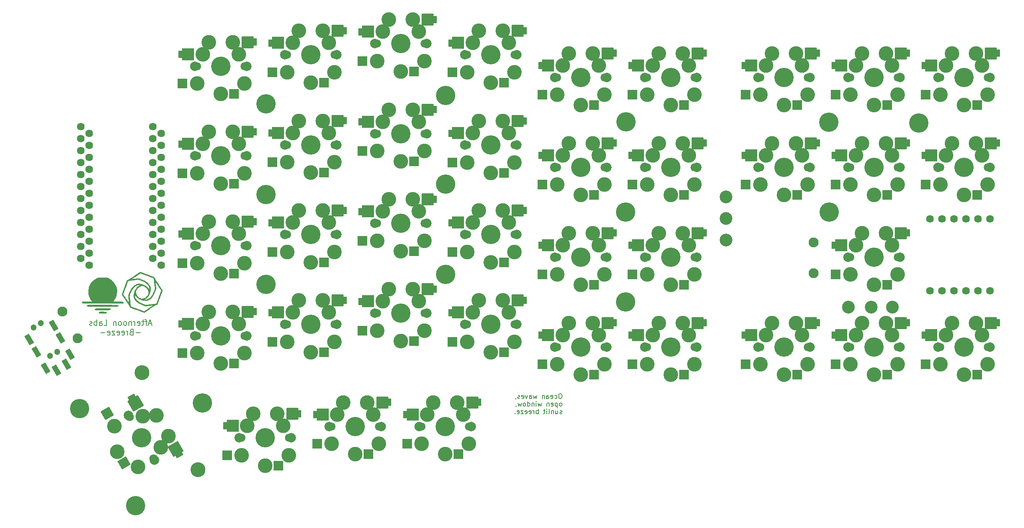
<source format=gbs>
G04 #@! TF.GenerationSoftware,KiCad,Pcbnew,7.0.10*
G04 #@! TF.CreationDate,2024-03-31T17:07:34-04:00*
G04 #@! TF.ProjectId,Breeze,42726565-7a65-42e6-9b69-6361645f7063,Rev1.2*
G04 #@! TF.SameCoordinates,Original*
G04 #@! TF.FileFunction,Soldermask,Bot*
G04 #@! TF.FilePolarity,Negative*
%FSLAX46Y46*%
G04 Gerber Fmt 4.6, Leading zero omitted, Abs format (unit mm)*
G04 Created by KiCad (PCBNEW 7.0.10) date 2024-03-31 17:07:34*
%MOMM*%
%LPD*%
G01*
G04 APERTURE LIST*
G04 Aperture macros list*
%AMRoundRect*
0 Rectangle with rounded corners*
0 $1 Rounding radius*
0 $2 $3 $4 $5 $6 $7 $8 $9 X,Y pos of 4 corners*
0 Add a 4 corners polygon primitive as box body*
4,1,4,$2,$3,$4,$5,$6,$7,$8,$9,$2,$3,0*
0 Add four circle primitives for the rounded corners*
1,1,$1+$1,$2,$3*
1,1,$1+$1,$4,$5*
1,1,$1+$1,$6,$7*
1,1,$1+$1,$8,$9*
0 Add four rect primitives between the rounded corners*
20,1,$1+$1,$2,$3,$4,$5,0*
20,1,$1+$1,$4,$5,$6,$7,0*
20,1,$1+$1,$6,$7,$8,$9,0*
20,1,$1+$1,$8,$9,$2,$3,0*%
G04 Aperture macros list end*
%ADD10C,0.150000*%
%ADD11C,0.200000*%
%ADD12C,0.010000*%
%ADD13C,2.101600*%
%ADD14C,1.301600*%
%ADD15RoundRect,0.050800X0.091987X-1.159327X0.958013X-0.659327X-0.091987X1.159327X-0.958013X0.659327X0*%
%ADD16C,1.625600*%
%ADD17C,2.001600*%
%ADD18C,1.801600*%
%ADD19C,3.101600*%
%ADD20C,0.201600*%
%ADD21C,4.101600*%
%ADD22RoundRect,0.050800X-0.350000X-0.750000X0.350000X-0.750000X0.350000X0.750000X-0.350000X0.750000X0*%
%ADD23RoundRect,0.050800X1.000000X1.000000X-1.000000X1.000000X-1.000000X-1.000000X1.000000X-1.000000X0*%
%ADD24RoundRect,0.050800X1.250000X1.250000X-1.250000X1.250000X-1.250000X-1.250000X1.250000X-1.250000X0*%
%ADD25RoundRect,0.050800X0.950000X1.000000X-0.950000X1.000000X-0.950000X-1.000000X0.950000X-1.000000X0*%
%ADD26RoundRect,0.050800X1.200000X1.200000X-1.200000X1.200000X-1.200000X-1.200000X1.200000X-1.200000X0*%
%ADD27RoundRect,0.050800X-0.824519X-0.071891X-0.474519X-0.678109X0.824519X0.071891X0.474519X0.678109X0*%
%ADD28RoundRect,0.050800X1.366025X-0.366025X0.366025X1.366025X-1.366025X0.366025X-0.366025X-1.366025X0*%
%ADD29RoundRect,0.050800X1.707532X-0.457532X0.457532X1.707532X-1.707532X0.457532X-0.457532X-1.707532X0*%
%ADD30RoundRect,0.050800X1.341025X-0.322724X0.391025X1.322724X-1.341025X0.322724X-0.391025X-1.322724X0*%
%ADD31RoundRect,0.050800X1.639230X-0.439230X0.439230X1.639230X-1.639230X0.439230X-0.439230X-1.639230X0*%
%ADD32C,3.149600*%
%ADD33C,4.089400*%
%ADD34C,2.701600*%
G04 APERTURE END LIST*
D10*
X218312744Y-177661819D02*
X218122268Y-177661819D01*
X218122268Y-177661819D02*
X218027030Y-177709438D01*
X218027030Y-177709438D02*
X217931792Y-177804676D01*
X217931792Y-177804676D02*
X217884173Y-177995152D01*
X217884173Y-177995152D02*
X217884173Y-178328485D01*
X217884173Y-178328485D02*
X217931792Y-178518961D01*
X217931792Y-178518961D02*
X218027030Y-178614200D01*
X218027030Y-178614200D02*
X218122268Y-178661819D01*
X218122268Y-178661819D02*
X218312744Y-178661819D01*
X218312744Y-178661819D02*
X218407982Y-178614200D01*
X218407982Y-178614200D02*
X218503220Y-178518961D01*
X218503220Y-178518961D02*
X218550839Y-178328485D01*
X218550839Y-178328485D02*
X218550839Y-177995152D01*
X218550839Y-177995152D02*
X218503220Y-177804676D01*
X218503220Y-177804676D02*
X218407982Y-177709438D01*
X218407982Y-177709438D02*
X218312744Y-177661819D01*
X217027030Y-178614200D02*
X217122268Y-178661819D01*
X217122268Y-178661819D02*
X217312744Y-178661819D01*
X217312744Y-178661819D02*
X217407982Y-178614200D01*
X217407982Y-178614200D02*
X217455601Y-178566580D01*
X217455601Y-178566580D02*
X217503220Y-178471342D01*
X217503220Y-178471342D02*
X217503220Y-178185628D01*
X217503220Y-178185628D02*
X217455601Y-178090390D01*
X217455601Y-178090390D02*
X217407982Y-178042771D01*
X217407982Y-178042771D02*
X217312744Y-177995152D01*
X217312744Y-177995152D02*
X217122268Y-177995152D01*
X217122268Y-177995152D02*
X217027030Y-178042771D01*
X216217506Y-178614200D02*
X216312744Y-178661819D01*
X216312744Y-178661819D02*
X216503220Y-178661819D01*
X216503220Y-178661819D02*
X216598458Y-178614200D01*
X216598458Y-178614200D02*
X216646077Y-178518961D01*
X216646077Y-178518961D02*
X216646077Y-178138009D01*
X216646077Y-178138009D02*
X216598458Y-178042771D01*
X216598458Y-178042771D02*
X216503220Y-177995152D01*
X216503220Y-177995152D02*
X216312744Y-177995152D01*
X216312744Y-177995152D02*
X216217506Y-178042771D01*
X216217506Y-178042771D02*
X216169887Y-178138009D01*
X216169887Y-178138009D02*
X216169887Y-178233247D01*
X216169887Y-178233247D02*
X216646077Y-178328485D01*
X215312744Y-178661819D02*
X215312744Y-178138009D01*
X215312744Y-178138009D02*
X215360363Y-178042771D01*
X215360363Y-178042771D02*
X215455601Y-177995152D01*
X215455601Y-177995152D02*
X215646077Y-177995152D01*
X215646077Y-177995152D02*
X215741315Y-178042771D01*
X215312744Y-178614200D02*
X215407982Y-178661819D01*
X215407982Y-178661819D02*
X215646077Y-178661819D01*
X215646077Y-178661819D02*
X215741315Y-178614200D01*
X215741315Y-178614200D02*
X215788934Y-178518961D01*
X215788934Y-178518961D02*
X215788934Y-178423723D01*
X215788934Y-178423723D02*
X215741315Y-178328485D01*
X215741315Y-178328485D02*
X215646077Y-178280866D01*
X215646077Y-178280866D02*
X215407982Y-178280866D01*
X215407982Y-178280866D02*
X215312744Y-178233247D01*
X214836553Y-177995152D02*
X214836553Y-178661819D01*
X214836553Y-178090390D02*
X214788934Y-178042771D01*
X214788934Y-178042771D02*
X214693696Y-177995152D01*
X214693696Y-177995152D02*
X214550839Y-177995152D01*
X214550839Y-177995152D02*
X214455601Y-178042771D01*
X214455601Y-178042771D02*
X214407982Y-178138009D01*
X214407982Y-178138009D02*
X214407982Y-178661819D01*
X213265124Y-177995152D02*
X213074648Y-178661819D01*
X213074648Y-178661819D02*
X212884172Y-178185628D01*
X212884172Y-178185628D02*
X212693696Y-178661819D01*
X212693696Y-178661819D02*
X212503220Y-177995152D01*
X211693696Y-178661819D02*
X211693696Y-178138009D01*
X211693696Y-178138009D02*
X211741315Y-178042771D01*
X211741315Y-178042771D02*
X211836553Y-177995152D01*
X211836553Y-177995152D02*
X212027029Y-177995152D01*
X212027029Y-177995152D02*
X212122267Y-178042771D01*
X211693696Y-178614200D02*
X211788934Y-178661819D01*
X211788934Y-178661819D02*
X212027029Y-178661819D01*
X212027029Y-178661819D02*
X212122267Y-178614200D01*
X212122267Y-178614200D02*
X212169886Y-178518961D01*
X212169886Y-178518961D02*
X212169886Y-178423723D01*
X212169886Y-178423723D02*
X212122267Y-178328485D01*
X212122267Y-178328485D02*
X212027029Y-178280866D01*
X212027029Y-178280866D02*
X211788934Y-178280866D01*
X211788934Y-178280866D02*
X211693696Y-178233247D01*
X211312743Y-177995152D02*
X211074648Y-178661819D01*
X211074648Y-178661819D02*
X210836553Y-177995152D01*
X210074648Y-178614200D02*
X210169886Y-178661819D01*
X210169886Y-178661819D02*
X210360362Y-178661819D01*
X210360362Y-178661819D02*
X210455600Y-178614200D01*
X210455600Y-178614200D02*
X210503219Y-178518961D01*
X210503219Y-178518961D02*
X210503219Y-178138009D01*
X210503219Y-178138009D02*
X210455600Y-178042771D01*
X210455600Y-178042771D02*
X210360362Y-177995152D01*
X210360362Y-177995152D02*
X210169886Y-177995152D01*
X210169886Y-177995152D02*
X210074648Y-178042771D01*
X210074648Y-178042771D02*
X210027029Y-178138009D01*
X210027029Y-178138009D02*
X210027029Y-178233247D01*
X210027029Y-178233247D02*
X210503219Y-178328485D01*
X209646076Y-178614200D02*
X209550838Y-178661819D01*
X209550838Y-178661819D02*
X209360362Y-178661819D01*
X209360362Y-178661819D02*
X209265124Y-178614200D01*
X209265124Y-178614200D02*
X209217505Y-178518961D01*
X209217505Y-178518961D02*
X209217505Y-178471342D01*
X209217505Y-178471342D02*
X209265124Y-178376104D01*
X209265124Y-178376104D02*
X209360362Y-178328485D01*
X209360362Y-178328485D02*
X209503219Y-178328485D01*
X209503219Y-178328485D02*
X209598457Y-178280866D01*
X209598457Y-178280866D02*
X209646076Y-178185628D01*
X209646076Y-178185628D02*
X209646076Y-178138009D01*
X209646076Y-178138009D02*
X209598457Y-178042771D01*
X209598457Y-178042771D02*
X209503219Y-177995152D01*
X209503219Y-177995152D02*
X209360362Y-177995152D01*
X209360362Y-177995152D02*
X209265124Y-178042771D01*
X208741314Y-178614200D02*
X208741314Y-178661819D01*
X208741314Y-178661819D02*
X208788933Y-178757057D01*
X208788933Y-178757057D02*
X208836552Y-178804676D01*
X218360363Y-180271819D02*
X218455601Y-180224200D01*
X218455601Y-180224200D02*
X218503220Y-180176580D01*
X218503220Y-180176580D02*
X218550839Y-180081342D01*
X218550839Y-180081342D02*
X218550839Y-179795628D01*
X218550839Y-179795628D02*
X218503220Y-179700390D01*
X218503220Y-179700390D02*
X218455601Y-179652771D01*
X218455601Y-179652771D02*
X218360363Y-179605152D01*
X218360363Y-179605152D02*
X218217506Y-179605152D01*
X218217506Y-179605152D02*
X218122268Y-179652771D01*
X218122268Y-179652771D02*
X218074649Y-179700390D01*
X218074649Y-179700390D02*
X218027030Y-179795628D01*
X218027030Y-179795628D02*
X218027030Y-180081342D01*
X218027030Y-180081342D02*
X218074649Y-180176580D01*
X218074649Y-180176580D02*
X218122268Y-180224200D01*
X218122268Y-180224200D02*
X218217506Y-180271819D01*
X218217506Y-180271819D02*
X218360363Y-180271819D01*
X217598458Y-179605152D02*
X217598458Y-180605152D01*
X217598458Y-179652771D02*
X217503220Y-179605152D01*
X217503220Y-179605152D02*
X217312744Y-179605152D01*
X217312744Y-179605152D02*
X217217506Y-179652771D01*
X217217506Y-179652771D02*
X217169887Y-179700390D01*
X217169887Y-179700390D02*
X217122268Y-179795628D01*
X217122268Y-179795628D02*
X217122268Y-180081342D01*
X217122268Y-180081342D02*
X217169887Y-180176580D01*
X217169887Y-180176580D02*
X217217506Y-180224200D01*
X217217506Y-180224200D02*
X217312744Y-180271819D01*
X217312744Y-180271819D02*
X217503220Y-180271819D01*
X217503220Y-180271819D02*
X217598458Y-180224200D01*
X216312744Y-180224200D02*
X216407982Y-180271819D01*
X216407982Y-180271819D02*
X216598458Y-180271819D01*
X216598458Y-180271819D02*
X216693696Y-180224200D01*
X216693696Y-180224200D02*
X216741315Y-180128961D01*
X216741315Y-180128961D02*
X216741315Y-179748009D01*
X216741315Y-179748009D02*
X216693696Y-179652771D01*
X216693696Y-179652771D02*
X216598458Y-179605152D01*
X216598458Y-179605152D02*
X216407982Y-179605152D01*
X216407982Y-179605152D02*
X216312744Y-179652771D01*
X216312744Y-179652771D02*
X216265125Y-179748009D01*
X216265125Y-179748009D02*
X216265125Y-179843247D01*
X216265125Y-179843247D02*
X216741315Y-179938485D01*
X215836553Y-179605152D02*
X215836553Y-180271819D01*
X215836553Y-179700390D02*
X215788934Y-179652771D01*
X215788934Y-179652771D02*
X215693696Y-179605152D01*
X215693696Y-179605152D02*
X215550839Y-179605152D01*
X215550839Y-179605152D02*
X215455601Y-179652771D01*
X215455601Y-179652771D02*
X215407982Y-179748009D01*
X215407982Y-179748009D02*
X215407982Y-180271819D01*
X214265124Y-179605152D02*
X214074648Y-180271819D01*
X214074648Y-180271819D02*
X213884172Y-179795628D01*
X213884172Y-179795628D02*
X213693696Y-180271819D01*
X213693696Y-180271819D02*
X213503220Y-179605152D01*
X213122267Y-180271819D02*
X213122267Y-179605152D01*
X213122267Y-179271819D02*
X213169886Y-179319438D01*
X213169886Y-179319438D02*
X213122267Y-179367057D01*
X213122267Y-179367057D02*
X213074648Y-179319438D01*
X213074648Y-179319438D02*
X213122267Y-179271819D01*
X213122267Y-179271819D02*
X213122267Y-179367057D01*
X212646077Y-179605152D02*
X212646077Y-180271819D01*
X212646077Y-179700390D02*
X212598458Y-179652771D01*
X212598458Y-179652771D02*
X212503220Y-179605152D01*
X212503220Y-179605152D02*
X212360363Y-179605152D01*
X212360363Y-179605152D02*
X212265125Y-179652771D01*
X212265125Y-179652771D02*
X212217506Y-179748009D01*
X212217506Y-179748009D02*
X212217506Y-180271819D01*
X211312744Y-180271819D02*
X211312744Y-179271819D01*
X211312744Y-180224200D02*
X211407982Y-180271819D01*
X211407982Y-180271819D02*
X211598458Y-180271819D01*
X211598458Y-180271819D02*
X211693696Y-180224200D01*
X211693696Y-180224200D02*
X211741315Y-180176580D01*
X211741315Y-180176580D02*
X211788934Y-180081342D01*
X211788934Y-180081342D02*
X211788934Y-179795628D01*
X211788934Y-179795628D02*
X211741315Y-179700390D01*
X211741315Y-179700390D02*
X211693696Y-179652771D01*
X211693696Y-179652771D02*
X211598458Y-179605152D01*
X211598458Y-179605152D02*
X211407982Y-179605152D01*
X211407982Y-179605152D02*
X211312744Y-179652771D01*
X210693696Y-180271819D02*
X210788934Y-180224200D01*
X210788934Y-180224200D02*
X210836553Y-180176580D01*
X210836553Y-180176580D02*
X210884172Y-180081342D01*
X210884172Y-180081342D02*
X210884172Y-179795628D01*
X210884172Y-179795628D02*
X210836553Y-179700390D01*
X210836553Y-179700390D02*
X210788934Y-179652771D01*
X210788934Y-179652771D02*
X210693696Y-179605152D01*
X210693696Y-179605152D02*
X210550839Y-179605152D01*
X210550839Y-179605152D02*
X210455601Y-179652771D01*
X210455601Y-179652771D02*
X210407982Y-179700390D01*
X210407982Y-179700390D02*
X210360363Y-179795628D01*
X210360363Y-179795628D02*
X210360363Y-180081342D01*
X210360363Y-180081342D02*
X210407982Y-180176580D01*
X210407982Y-180176580D02*
X210455601Y-180224200D01*
X210455601Y-180224200D02*
X210550839Y-180271819D01*
X210550839Y-180271819D02*
X210693696Y-180271819D01*
X210027029Y-179605152D02*
X209836553Y-180271819D01*
X209836553Y-180271819D02*
X209646077Y-179795628D01*
X209646077Y-179795628D02*
X209455601Y-180271819D01*
X209455601Y-180271819D02*
X209265125Y-179605152D01*
X208836553Y-180224200D02*
X208836553Y-180271819D01*
X208836553Y-180271819D02*
X208884172Y-180367057D01*
X208884172Y-180367057D02*
X208931791Y-180414676D01*
X218550839Y-181834200D02*
X218455601Y-181881819D01*
X218455601Y-181881819D02*
X218265125Y-181881819D01*
X218265125Y-181881819D02*
X218169887Y-181834200D01*
X218169887Y-181834200D02*
X218122268Y-181738961D01*
X218122268Y-181738961D02*
X218122268Y-181691342D01*
X218122268Y-181691342D02*
X218169887Y-181596104D01*
X218169887Y-181596104D02*
X218265125Y-181548485D01*
X218265125Y-181548485D02*
X218407982Y-181548485D01*
X218407982Y-181548485D02*
X218503220Y-181500866D01*
X218503220Y-181500866D02*
X218550839Y-181405628D01*
X218550839Y-181405628D02*
X218550839Y-181358009D01*
X218550839Y-181358009D02*
X218503220Y-181262771D01*
X218503220Y-181262771D02*
X218407982Y-181215152D01*
X218407982Y-181215152D02*
X218265125Y-181215152D01*
X218265125Y-181215152D02*
X218169887Y-181262771D01*
X217265125Y-181215152D02*
X217265125Y-181881819D01*
X217693696Y-181215152D02*
X217693696Y-181738961D01*
X217693696Y-181738961D02*
X217646077Y-181834200D01*
X217646077Y-181834200D02*
X217550839Y-181881819D01*
X217550839Y-181881819D02*
X217407982Y-181881819D01*
X217407982Y-181881819D02*
X217312744Y-181834200D01*
X217312744Y-181834200D02*
X217265125Y-181786580D01*
X216788934Y-181215152D02*
X216788934Y-181881819D01*
X216788934Y-181310390D02*
X216741315Y-181262771D01*
X216741315Y-181262771D02*
X216646077Y-181215152D01*
X216646077Y-181215152D02*
X216503220Y-181215152D01*
X216503220Y-181215152D02*
X216407982Y-181262771D01*
X216407982Y-181262771D02*
X216360363Y-181358009D01*
X216360363Y-181358009D02*
X216360363Y-181881819D01*
X215741315Y-181881819D02*
X215836553Y-181834200D01*
X215836553Y-181834200D02*
X215884172Y-181738961D01*
X215884172Y-181738961D02*
X215884172Y-180881819D01*
X215360362Y-181881819D02*
X215360362Y-181215152D01*
X215360362Y-180881819D02*
X215407981Y-180929438D01*
X215407981Y-180929438D02*
X215360362Y-180977057D01*
X215360362Y-180977057D02*
X215312743Y-180929438D01*
X215312743Y-180929438D02*
X215360362Y-180881819D01*
X215360362Y-180881819D02*
X215360362Y-180977057D01*
X215027029Y-181215152D02*
X214646077Y-181215152D01*
X214884172Y-180881819D02*
X214884172Y-181738961D01*
X214884172Y-181738961D02*
X214836553Y-181834200D01*
X214836553Y-181834200D02*
X214741315Y-181881819D01*
X214741315Y-181881819D02*
X214646077Y-181881819D01*
X213550838Y-181881819D02*
X213550838Y-180881819D01*
X213550838Y-181262771D02*
X213455600Y-181215152D01*
X213455600Y-181215152D02*
X213265124Y-181215152D01*
X213265124Y-181215152D02*
X213169886Y-181262771D01*
X213169886Y-181262771D02*
X213122267Y-181310390D01*
X213122267Y-181310390D02*
X213074648Y-181405628D01*
X213074648Y-181405628D02*
X213074648Y-181691342D01*
X213074648Y-181691342D02*
X213122267Y-181786580D01*
X213122267Y-181786580D02*
X213169886Y-181834200D01*
X213169886Y-181834200D02*
X213265124Y-181881819D01*
X213265124Y-181881819D02*
X213455600Y-181881819D01*
X213455600Y-181881819D02*
X213550838Y-181834200D01*
X212646076Y-181881819D02*
X212646076Y-181215152D01*
X212646076Y-181405628D02*
X212598457Y-181310390D01*
X212598457Y-181310390D02*
X212550838Y-181262771D01*
X212550838Y-181262771D02*
X212455600Y-181215152D01*
X212455600Y-181215152D02*
X212360362Y-181215152D01*
X211646076Y-181834200D02*
X211741314Y-181881819D01*
X211741314Y-181881819D02*
X211931790Y-181881819D01*
X211931790Y-181881819D02*
X212027028Y-181834200D01*
X212027028Y-181834200D02*
X212074647Y-181738961D01*
X212074647Y-181738961D02*
X212074647Y-181358009D01*
X212074647Y-181358009D02*
X212027028Y-181262771D01*
X212027028Y-181262771D02*
X211931790Y-181215152D01*
X211931790Y-181215152D02*
X211741314Y-181215152D01*
X211741314Y-181215152D02*
X211646076Y-181262771D01*
X211646076Y-181262771D02*
X211598457Y-181358009D01*
X211598457Y-181358009D02*
X211598457Y-181453247D01*
X211598457Y-181453247D02*
X212074647Y-181548485D01*
X210788933Y-181834200D02*
X210884171Y-181881819D01*
X210884171Y-181881819D02*
X211074647Y-181881819D01*
X211074647Y-181881819D02*
X211169885Y-181834200D01*
X211169885Y-181834200D02*
X211217504Y-181738961D01*
X211217504Y-181738961D02*
X211217504Y-181358009D01*
X211217504Y-181358009D02*
X211169885Y-181262771D01*
X211169885Y-181262771D02*
X211074647Y-181215152D01*
X211074647Y-181215152D02*
X210884171Y-181215152D01*
X210884171Y-181215152D02*
X210788933Y-181262771D01*
X210788933Y-181262771D02*
X210741314Y-181358009D01*
X210741314Y-181358009D02*
X210741314Y-181453247D01*
X210741314Y-181453247D02*
X211217504Y-181548485D01*
X210407980Y-181215152D02*
X209884171Y-181215152D01*
X209884171Y-181215152D02*
X210407980Y-181881819D01*
X210407980Y-181881819D02*
X209884171Y-181881819D01*
X209122266Y-181834200D02*
X209217504Y-181881819D01*
X209217504Y-181881819D02*
X209407980Y-181881819D01*
X209407980Y-181881819D02*
X209503218Y-181834200D01*
X209503218Y-181834200D02*
X209550837Y-181738961D01*
X209550837Y-181738961D02*
X209550837Y-181358009D01*
X209550837Y-181358009D02*
X209503218Y-181262771D01*
X209503218Y-181262771D02*
X209407980Y-181215152D01*
X209407980Y-181215152D02*
X209217504Y-181215152D01*
X209217504Y-181215152D02*
X209122266Y-181262771D01*
X209122266Y-181262771D02*
X209074647Y-181358009D01*
X209074647Y-181358009D02*
X209074647Y-181453247D01*
X209074647Y-181453247D02*
X209550837Y-181548485D01*
X208646075Y-181786580D02*
X208598456Y-181834200D01*
X208598456Y-181834200D02*
X208646075Y-181881819D01*
X208646075Y-181881819D02*
X208693694Y-181834200D01*
X208693694Y-181834200D02*
X208646075Y-181786580D01*
X208646075Y-181786580D02*
X208646075Y-181881819D01*
D11*
X131673855Y-162810885D02*
X131102427Y-162810885D01*
X131788141Y-163153742D02*
X131388141Y-161953742D01*
X131388141Y-161953742D02*
X130988141Y-163153742D01*
X130759570Y-162353742D02*
X130302427Y-162353742D01*
X130588141Y-163153742D02*
X130588141Y-162125171D01*
X130588141Y-162125171D02*
X130530998Y-162010885D01*
X130530998Y-162010885D02*
X130416713Y-161953742D01*
X130416713Y-161953742D02*
X130302427Y-161953742D01*
X130073856Y-162353742D02*
X129616713Y-162353742D01*
X129902427Y-161953742D02*
X129902427Y-162982314D01*
X129902427Y-162982314D02*
X129845284Y-163096600D01*
X129845284Y-163096600D02*
X129730999Y-163153742D01*
X129730999Y-163153742D02*
X129616713Y-163153742D01*
X128759570Y-163096600D02*
X128873856Y-163153742D01*
X128873856Y-163153742D02*
X129102428Y-163153742D01*
X129102428Y-163153742D02*
X129216713Y-163096600D01*
X129216713Y-163096600D02*
X129273856Y-162982314D01*
X129273856Y-162982314D02*
X129273856Y-162525171D01*
X129273856Y-162525171D02*
X129216713Y-162410885D01*
X129216713Y-162410885D02*
X129102428Y-162353742D01*
X129102428Y-162353742D02*
X128873856Y-162353742D01*
X128873856Y-162353742D02*
X128759570Y-162410885D01*
X128759570Y-162410885D02*
X128702428Y-162525171D01*
X128702428Y-162525171D02*
X128702428Y-162639457D01*
X128702428Y-162639457D02*
X129273856Y-162753742D01*
X128188142Y-163153742D02*
X128188142Y-162353742D01*
X128188142Y-162582314D02*
X128130999Y-162468028D01*
X128130999Y-162468028D02*
X128073857Y-162410885D01*
X128073857Y-162410885D02*
X127959571Y-162353742D01*
X127959571Y-162353742D02*
X127845285Y-162353742D01*
X127445285Y-162353742D02*
X127445285Y-163153742D01*
X127445285Y-162468028D02*
X127388142Y-162410885D01*
X127388142Y-162410885D02*
X127273857Y-162353742D01*
X127273857Y-162353742D02*
X127102428Y-162353742D01*
X127102428Y-162353742D02*
X126988142Y-162410885D01*
X126988142Y-162410885D02*
X126931000Y-162525171D01*
X126931000Y-162525171D02*
X126931000Y-163153742D01*
X126188143Y-163153742D02*
X126302428Y-163096600D01*
X126302428Y-163096600D02*
X126359571Y-163039457D01*
X126359571Y-163039457D02*
X126416714Y-162925171D01*
X126416714Y-162925171D02*
X126416714Y-162582314D01*
X126416714Y-162582314D02*
X126359571Y-162468028D01*
X126359571Y-162468028D02*
X126302428Y-162410885D01*
X126302428Y-162410885D02*
X126188143Y-162353742D01*
X126188143Y-162353742D02*
X126016714Y-162353742D01*
X126016714Y-162353742D02*
X125902428Y-162410885D01*
X125902428Y-162410885D02*
X125845286Y-162468028D01*
X125845286Y-162468028D02*
X125788143Y-162582314D01*
X125788143Y-162582314D02*
X125788143Y-162925171D01*
X125788143Y-162925171D02*
X125845286Y-163039457D01*
X125845286Y-163039457D02*
X125902428Y-163096600D01*
X125902428Y-163096600D02*
X126016714Y-163153742D01*
X126016714Y-163153742D02*
X126188143Y-163153742D01*
X125102429Y-163153742D02*
X125216714Y-163096600D01*
X125216714Y-163096600D02*
X125273857Y-163039457D01*
X125273857Y-163039457D02*
X125331000Y-162925171D01*
X125331000Y-162925171D02*
X125331000Y-162582314D01*
X125331000Y-162582314D02*
X125273857Y-162468028D01*
X125273857Y-162468028D02*
X125216714Y-162410885D01*
X125216714Y-162410885D02*
X125102429Y-162353742D01*
X125102429Y-162353742D02*
X124931000Y-162353742D01*
X124931000Y-162353742D02*
X124816714Y-162410885D01*
X124816714Y-162410885D02*
X124759572Y-162468028D01*
X124759572Y-162468028D02*
X124702429Y-162582314D01*
X124702429Y-162582314D02*
X124702429Y-162925171D01*
X124702429Y-162925171D02*
X124759572Y-163039457D01*
X124759572Y-163039457D02*
X124816714Y-163096600D01*
X124816714Y-163096600D02*
X124931000Y-163153742D01*
X124931000Y-163153742D02*
X125102429Y-163153742D01*
X124188143Y-162353742D02*
X124188143Y-163153742D01*
X124188143Y-162468028D02*
X124131000Y-162410885D01*
X124131000Y-162410885D02*
X124016715Y-162353742D01*
X124016715Y-162353742D02*
X123845286Y-162353742D01*
X123845286Y-162353742D02*
X123731000Y-162410885D01*
X123731000Y-162410885D02*
X123673858Y-162525171D01*
X123673858Y-162525171D02*
X123673858Y-163153742D01*
X121616715Y-163153742D02*
X122188143Y-163153742D01*
X122188143Y-163153742D02*
X122188143Y-161953742D01*
X120702429Y-163153742D02*
X120702429Y-162525171D01*
X120702429Y-162525171D02*
X120759571Y-162410885D01*
X120759571Y-162410885D02*
X120873857Y-162353742D01*
X120873857Y-162353742D02*
X121102429Y-162353742D01*
X121102429Y-162353742D02*
X121216714Y-162410885D01*
X120702429Y-163096600D02*
X120816714Y-163153742D01*
X120816714Y-163153742D02*
X121102429Y-163153742D01*
X121102429Y-163153742D02*
X121216714Y-163096600D01*
X121216714Y-163096600D02*
X121273857Y-162982314D01*
X121273857Y-162982314D02*
X121273857Y-162868028D01*
X121273857Y-162868028D02*
X121216714Y-162753742D01*
X121216714Y-162753742D02*
X121102429Y-162696600D01*
X121102429Y-162696600D02*
X120816714Y-162696600D01*
X120816714Y-162696600D02*
X120702429Y-162639457D01*
X120131000Y-163153742D02*
X120131000Y-161953742D01*
X120131000Y-162410885D02*
X120016715Y-162353742D01*
X120016715Y-162353742D02*
X119788143Y-162353742D01*
X119788143Y-162353742D02*
X119673857Y-162410885D01*
X119673857Y-162410885D02*
X119616715Y-162468028D01*
X119616715Y-162468028D02*
X119559572Y-162582314D01*
X119559572Y-162582314D02*
X119559572Y-162925171D01*
X119559572Y-162925171D02*
X119616715Y-163039457D01*
X119616715Y-163039457D02*
X119673857Y-163096600D01*
X119673857Y-163096600D02*
X119788143Y-163153742D01*
X119788143Y-163153742D02*
X120016715Y-163153742D01*
X120016715Y-163153742D02*
X120131000Y-163096600D01*
X119102429Y-163096600D02*
X118988143Y-163153742D01*
X118988143Y-163153742D02*
X118759572Y-163153742D01*
X118759572Y-163153742D02*
X118645286Y-163096600D01*
X118645286Y-163096600D02*
X118588143Y-162982314D01*
X118588143Y-162982314D02*
X118588143Y-162925171D01*
X118588143Y-162925171D02*
X118645286Y-162810885D01*
X118645286Y-162810885D02*
X118759572Y-162753742D01*
X118759572Y-162753742D02*
X118931001Y-162753742D01*
X118931001Y-162753742D02*
X119045286Y-162696600D01*
X119045286Y-162696600D02*
X119102429Y-162582314D01*
X119102429Y-162582314D02*
X119102429Y-162525171D01*
X119102429Y-162525171D02*
X119045286Y-162410885D01*
X119045286Y-162410885D02*
X118931001Y-162353742D01*
X118931001Y-162353742D02*
X118759572Y-162353742D01*
X118759572Y-162353742D02*
X118645286Y-162410885D01*
X129330998Y-164728600D02*
X128416713Y-164728600D01*
X127445284Y-164557171D02*
X127273856Y-164614314D01*
X127273856Y-164614314D02*
X127216713Y-164671457D01*
X127216713Y-164671457D02*
X127159570Y-164785742D01*
X127159570Y-164785742D02*
X127159570Y-164957171D01*
X127159570Y-164957171D02*
X127216713Y-165071457D01*
X127216713Y-165071457D02*
X127273856Y-165128600D01*
X127273856Y-165128600D02*
X127388141Y-165185742D01*
X127388141Y-165185742D02*
X127845284Y-165185742D01*
X127845284Y-165185742D02*
X127845284Y-163985742D01*
X127845284Y-163985742D02*
X127445284Y-163985742D01*
X127445284Y-163985742D02*
X127330999Y-164042885D01*
X127330999Y-164042885D02*
X127273856Y-164100028D01*
X127273856Y-164100028D02*
X127216713Y-164214314D01*
X127216713Y-164214314D02*
X127216713Y-164328600D01*
X127216713Y-164328600D02*
X127273856Y-164442885D01*
X127273856Y-164442885D02*
X127330999Y-164500028D01*
X127330999Y-164500028D02*
X127445284Y-164557171D01*
X127445284Y-164557171D02*
X127845284Y-164557171D01*
X126645284Y-165185742D02*
X126645284Y-164385742D01*
X126645284Y-164614314D02*
X126588141Y-164500028D01*
X126588141Y-164500028D02*
X126530999Y-164442885D01*
X126530999Y-164442885D02*
X126416713Y-164385742D01*
X126416713Y-164385742D02*
X126302427Y-164385742D01*
X125445284Y-165128600D02*
X125559570Y-165185742D01*
X125559570Y-165185742D02*
X125788142Y-165185742D01*
X125788142Y-165185742D02*
X125902427Y-165128600D01*
X125902427Y-165128600D02*
X125959570Y-165014314D01*
X125959570Y-165014314D02*
X125959570Y-164557171D01*
X125959570Y-164557171D02*
X125902427Y-164442885D01*
X125902427Y-164442885D02*
X125788142Y-164385742D01*
X125788142Y-164385742D02*
X125559570Y-164385742D01*
X125559570Y-164385742D02*
X125445284Y-164442885D01*
X125445284Y-164442885D02*
X125388142Y-164557171D01*
X125388142Y-164557171D02*
X125388142Y-164671457D01*
X125388142Y-164671457D02*
X125959570Y-164785742D01*
X124416713Y-165128600D02*
X124530999Y-165185742D01*
X124530999Y-165185742D02*
X124759571Y-165185742D01*
X124759571Y-165185742D02*
X124873856Y-165128600D01*
X124873856Y-165128600D02*
X124930999Y-165014314D01*
X124930999Y-165014314D02*
X124930999Y-164557171D01*
X124930999Y-164557171D02*
X124873856Y-164442885D01*
X124873856Y-164442885D02*
X124759571Y-164385742D01*
X124759571Y-164385742D02*
X124530999Y-164385742D01*
X124530999Y-164385742D02*
X124416713Y-164442885D01*
X124416713Y-164442885D02*
X124359571Y-164557171D01*
X124359571Y-164557171D02*
X124359571Y-164671457D01*
X124359571Y-164671457D02*
X124930999Y-164785742D01*
X123959571Y-164385742D02*
X123331000Y-164385742D01*
X123331000Y-164385742D02*
X123959571Y-165185742D01*
X123959571Y-165185742D02*
X123331000Y-165185742D01*
X122416713Y-165128600D02*
X122530999Y-165185742D01*
X122530999Y-165185742D02*
X122759571Y-165185742D01*
X122759571Y-165185742D02*
X122873856Y-165128600D01*
X122873856Y-165128600D02*
X122930999Y-165014314D01*
X122930999Y-165014314D02*
X122930999Y-164557171D01*
X122930999Y-164557171D02*
X122873856Y-164442885D01*
X122873856Y-164442885D02*
X122759571Y-164385742D01*
X122759571Y-164385742D02*
X122530999Y-164385742D01*
X122530999Y-164385742D02*
X122416713Y-164442885D01*
X122416713Y-164442885D02*
X122359571Y-164557171D01*
X122359571Y-164557171D02*
X122359571Y-164671457D01*
X122359571Y-164671457D02*
X122930999Y-164785742D01*
X121845285Y-164728600D02*
X120931000Y-164728600D01*
D12*
X121376603Y-160255861D02*
X121732147Y-160273480D01*
X121951415Y-160301155D01*
X122067451Y-160346618D01*
X122113296Y-160417600D01*
X122115772Y-160428834D01*
X122112482Y-160499373D01*
X122049600Y-160543325D01*
X121896829Y-160566796D01*
X121623872Y-160575896D01*
X121380872Y-160577000D01*
X120997438Y-160566956D01*
X120718246Y-160539000D01*
X120572359Y-160496392D01*
X120560774Y-160484956D01*
X120541375Y-160368440D01*
X120659802Y-160292983D01*
X120925285Y-160255993D01*
X121347060Y-160254877D01*
X121376603Y-160255861D01*
G36*
X121376603Y-160255861D02*
G01*
X121732147Y-160273480D01*
X121951415Y-160301155D01*
X122067451Y-160346618D01*
X122113296Y-160417600D01*
X122115772Y-160428834D01*
X122112482Y-160499373D01*
X122049600Y-160543325D01*
X121896829Y-160566796D01*
X121623872Y-160575896D01*
X121380872Y-160577000D01*
X120997438Y-160566956D01*
X120718246Y-160539000D01*
X120572359Y-160496392D01*
X120560774Y-160484956D01*
X120541375Y-160368440D01*
X120659802Y-160292983D01*
X120925285Y-160255993D01*
X121347060Y-160254877D01*
X121376603Y-160255861D01*
G37*
X121940940Y-159562036D02*
X122353402Y-159566500D01*
X122639977Y-159576428D01*
X122822387Y-159593854D01*
X122922351Y-159620813D01*
X122961591Y-159659341D01*
X122962281Y-159709167D01*
X122938338Y-159761574D01*
X122874396Y-159800776D01*
X122747808Y-159829184D01*
X122535930Y-159849207D01*
X122216114Y-159863255D01*
X121765716Y-159873737D01*
X121353544Y-159880346D01*
X120737037Y-159884613D01*
X120257448Y-159877798D01*
X119924111Y-159860263D01*
X119746363Y-159832372D01*
X119719807Y-159816846D01*
X119688076Y-159731893D01*
X119723521Y-159667602D01*
X119843760Y-159621260D01*
X120066410Y-159590152D01*
X120409089Y-159571565D01*
X120889414Y-159562786D01*
X121380872Y-159561000D01*
X121940940Y-159562036D01*
G36*
X121940940Y-159562036D02*
G01*
X122353402Y-159566500D01*
X122639977Y-159576428D01*
X122822387Y-159593854D01*
X122922351Y-159620813D01*
X122961591Y-159659341D01*
X122962281Y-159709167D01*
X122938338Y-159761574D01*
X122874396Y-159800776D01*
X122747808Y-159829184D01*
X122535930Y-159849207D01*
X122216114Y-159863255D01*
X121765716Y-159873737D01*
X121353544Y-159880346D01*
X120737037Y-159884613D01*
X120257448Y-159877798D01*
X119924111Y-159860263D01*
X119746363Y-159832372D01*
X119719807Y-159816846D01*
X119688076Y-159731893D01*
X119723521Y-159667602D01*
X119843760Y-159621260D01*
X120066410Y-159590152D01*
X120409089Y-159571565D01*
X120889414Y-159562786D01*
X121380872Y-159561000D01*
X121940940Y-159562036D01*
G37*
X120763610Y-158813539D02*
X121481889Y-158817642D01*
X121495528Y-158817744D01*
X122308483Y-158824333D01*
X122968180Y-158831200D01*
X123490693Y-158839219D01*
X123892095Y-158849262D01*
X124188460Y-158862204D01*
X124395863Y-158878919D01*
X124530377Y-158900280D01*
X124608076Y-158927160D01*
X124645033Y-158960434D01*
X124655569Y-158989500D01*
X124654263Y-159026742D01*
X124624423Y-159057182D01*
X124550761Y-159081502D01*
X124417989Y-159100384D01*
X124210821Y-159114509D01*
X123913970Y-159124560D01*
X123512146Y-159131218D01*
X122990064Y-159135165D01*
X122332436Y-159137083D01*
X121523974Y-159137654D01*
X121333542Y-159137667D01*
X120482044Y-159136996D01*
X119785033Y-159134614D01*
X119227665Y-159129964D01*
X118795096Y-159122492D01*
X118472483Y-159111642D01*
X118244984Y-159096858D01*
X118097755Y-159077586D01*
X118015952Y-159053268D01*
X117984732Y-159023351D01*
X117983000Y-159012280D01*
X118054764Y-158896941D01*
X118173500Y-158840524D01*
X118299584Y-158830575D01*
X118574812Y-158822622D01*
X118979007Y-158816803D01*
X119491991Y-158813258D01*
X120093584Y-158812123D01*
X120763610Y-158813539D01*
G36*
X120763610Y-158813539D02*
G01*
X121481889Y-158817642D01*
X121495528Y-158817744D01*
X122308483Y-158824333D01*
X122968180Y-158831200D01*
X123490693Y-158839219D01*
X123892095Y-158849262D01*
X124188460Y-158862204D01*
X124395863Y-158878919D01*
X124530377Y-158900280D01*
X124608076Y-158927160D01*
X124645033Y-158960434D01*
X124655569Y-158989500D01*
X124654263Y-159026742D01*
X124624423Y-159057182D01*
X124550761Y-159081502D01*
X124417989Y-159100384D01*
X124210821Y-159114509D01*
X123913970Y-159124560D01*
X123512146Y-159131218D01*
X122990064Y-159135165D01*
X122332436Y-159137083D01*
X121523974Y-159137654D01*
X121333542Y-159137667D01*
X120482044Y-159136996D01*
X119785033Y-159134614D01*
X119227665Y-159129964D01*
X118795096Y-159122492D01*
X118472483Y-159111642D01*
X118244984Y-159096858D01*
X118097755Y-159077586D01*
X118015952Y-159053268D01*
X117984732Y-159023351D01*
X117983000Y-159012280D01*
X118054764Y-158896941D01*
X118173500Y-158840524D01*
X118299584Y-158830575D01*
X118574812Y-158822622D01*
X118979007Y-158816803D01*
X119491991Y-158813258D01*
X120093584Y-158812123D01*
X120763610Y-158813539D01*
G37*
X121737940Y-153004442D02*
X122032663Y-153026064D01*
X122264807Y-153073710D01*
X122487674Y-153156870D01*
X122655761Y-153235912D01*
X123147383Y-153553137D01*
X123599477Y-153984240D01*
X123966243Y-154479252D01*
X124165846Y-154883450D01*
X124311258Y-155460846D01*
X124342715Y-156078964D01*
X124266269Y-156692920D01*
X124087967Y-157257832D01*
X123813859Y-157728815D01*
X123776090Y-157775376D01*
X123642846Y-157946103D01*
X123573713Y-158058853D01*
X123571000Y-158070389D01*
X123650296Y-158089892D01*
X123866719Y-158105982D01*
X124188072Y-158117087D01*
X124582161Y-158121633D01*
X124620275Y-158121667D01*
X125081174Y-158125824D01*
X125397257Y-158140056D01*
X125592880Y-158167005D01*
X125692396Y-158209310D01*
X125715108Y-158240389D01*
X125727456Y-158376005D01*
X125710055Y-158409723D01*
X125618023Y-158419517D01*
X125372724Y-158428686D01*
X124990228Y-158437047D01*
X124486601Y-158444413D01*
X123877911Y-158450600D01*
X123180225Y-158455423D01*
X122409611Y-158458697D01*
X121582135Y-158460237D01*
X121313222Y-158460334D01*
X120344839Y-158460201D01*
X119532147Y-158459449D01*
X118861505Y-158457546D01*
X118319271Y-158453961D01*
X117891805Y-158448161D01*
X117565463Y-158439616D01*
X117326604Y-158427795D01*
X117161587Y-158412165D01*
X117056771Y-158392194D01*
X116998512Y-158367353D01*
X116973170Y-158337109D01*
X116967104Y-158300930D01*
X116967000Y-158291000D01*
X116976340Y-158221856D01*
X117022352Y-158174621D01*
X117132031Y-158145139D01*
X117332367Y-158129257D01*
X117650352Y-158122820D01*
X118067108Y-158121667D01*
X119167215Y-158121667D01*
X118872216Y-157735197D01*
X118672343Y-157416916D01*
X118498993Y-157046524D01*
X118439372Y-156874558D01*
X118349374Y-156366603D01*
X118340023Y-155795651D01*
X118407311Y-155232398D01*
X118547228Y-154747542D01*
X118561959Y-154713076D01*
X118832847Y-154256142D01*
X119217699Y-153813301D01*
X119665517Y-153436873D01*
X120004299Y-153233381D01*
X120248401Y-153122638D01*
X120468217Y-153053300D01*
X120716877Y-153015969D01*
X121047513Y-153001248D01*
X121327334Y-152999351D01*
X121737940Y-153004442D01*
G36*
X121737940Y-153004442D02*
G01*
X122032663Y-153026064D01*
X122264807Y-153073710D01*
X122487674Y-153156870D01*
X122655761Y-153235912D01*
X123147383Y-153553137D01*
X123599477Y-153984240D01*
X123966243Y-154479252D01*
X124165846Y-154883450D01*
X124311258Y-155460846D01*
X124342715Y-156078964D01*
X124266269Y-156692920D01*
X124087967Y-157257832D01*
X123813859Y-157728815D01*
X123776090Y-157775376D01*
X123642846Y-157946103D01*
X123573713Y-158058853D01*
X123571000Y-158070389D01*
X123650296Y-158089892D01*
X123866719Y-158105982D01*
X124188072Y-158117087D01*
X124582161Y-158121633D01*
X124620275Y-158121667D01*
X125081174Y-158125824D01*
X125397257Y-158140056D01*
X125592880Y-158167005D01*
X125692396Y-158209310D01*
X125715108Y-158240389D01*
X125727456Y-158376005D01*
X125710055Y-158409723D01*
X125618023Y-158419517D01*
X125372724Y-158428686D01*
X124990228Y-158437047D01*
X124486601Y-158444413D01*
X123877911Y-158450600D01*
X123180225Y-158455423D01*
X122409611Y-158458697D01*
X121582135Y-158460237D01*
X121313222Y-158460334D01*
X120344839Y-158460201D01*
X119532147Y-158459449D01*
X118861505Y-158457546D01*
X118319271Y-158453961D01*
X117891805Y-158448161D01*
X117565463Y-158439616D01*
X117326604Y-158427795D01*
X117161587Y-158412165D01*
X117056771Y-158392194D01*
X116998512Y-158367353D01*
X116973170Y-158337109D01*
X116967104Y-158300930D01*
X116967000Y-158291000D01*
X116976340Y-158221856D01*
X117022352Y-158174621D01*
X117132031Y-158145139D01*
X117332367Y-158129257D01*
X117650352Y-158122820D01*
X118067108Y-158121667D01*
X119167215Y-158121667D01*
X118872216Y-157735197D01*
X118672343Y-157416916D01*
X118498993Y-157046524D01*
X118439372Y-156874558D01*
X118349374Y-156366603D01*
X118340023Y-155795651D01*
X118407311Y-155232398D01*
X118547228Y-154747542D01*
X118561959Y-154713076D01*
X118832847Y-154256142D01*
X119217699Y-153813301D01*
X119665517Y-153436873D01*
X120004299Y-153233381D01*
X120248401Y-153122638D01*
X120468217Y-153053300D01*
X120716877Y-153015969D01*
X121047513Y-153001248D01*
X121327334Y-152999351D01*
X121737940Y-153004442D01*
G37*
G36*
X134048661Y-155773743D02*
G01*
X134043263Y-155792394D01*
X134036041Y-155815638D01*
X134026764Y-155844130D01*
X134015204Y-155878520D01*
X134001130Y-155919461D01*
X133984315Y-155967606D01*
X133964528Y-156023608D01*
X133941541Y-156088117D01*
X133915124Y-156161788D01*
X133885048Y-156245273D01*
X133851083Y-156339223D01*
X133813001Y-156444292D01*
X133770572Y-156561131D01*
X133723567Y-156690394D01*
X133671756Y-156832732D01*
X133614911Y-156988798D01*
X133552802Y-157159244D01*
X133512157Y-157270728D01*
X133460563Y-157412119D01*
X133410496Y-157549188D01*
X133362237Y-157681168D01*
X133316067Y-157807294D01*
X133272270Y-157926800D01*
X133231126Y-158038921D01*
X133192917Y-158142892D01*
X133157924Y-158237946D01*
X133126430Y-158323318D01*
X133098715Y-158398242D01*
X133075063Y-158461953D01*
X133055753Y-158513685D01*
X133041068Y-158552672D01*
X133031290Y-158578149D01*
X133026700Y-158589351D01*
X132998150Y-158637211D01*
X132947933Y-158697884D01*
X132886082Y-158753225D01*
X132815014Y-158801415D01*
X132737145Y-158840638D01*
X132654890Y-158869075D01*
X132582878Y-158888393D01*
X132466698Y-158965766D01*
X131402507Y-159674490D01*
X131346462Y-159711811D01*
X131223349Y-159793759D01*
X131104010Y-159873154D01*
X130989125Y-159949542D01*
X130879378Y-160022472D01*
X130775448Y-160091493D01*
X130678019Y-160156153D01*
X130587771Y-160215999D01*
X130505387Y-160270581D01*
X130431548Y-160319447D01*
X130366935Y-160362144D01*
X130312231Y-160398222D01*
X130268116Y-160427228D01*
X130235274Y-160448710D01*
X130214384Y-160462218D01*
X130206130Y-160467298D01*
X130199235Y-160470114D01*
X130191779Y-160472643D01*
X130183606Y-160474388D01*
X130173963Y-160475101D01*
X130162095Y-160474535D01*
X130147249Y-160472444D01*
X130128670Y-160468581D01*
X130105606Y-160462699D01*
X130077303Y-160454551D01*
X130043006Y-160443891D01*
X130001961Y-160430470D01*
X129953415Y-160414044D01*
X129896615Y-160394363D01*
X129830805Y-160371183D01*
X129755233Y-160344256D01*
X129669145Y-160313334D01*
X129571786Y-160278172D01*
X129462403Y-160238522D01*
X129340242Y-160194138D01*
X129204549Y-160144772D01*
X129054571Y-160090177D01*
X128962793Y-160056769D01*
X128776145Y-159988846D01*
X128603679Y-159926100D01*
X128444817Y-159868305D01*
X128298982Y-159815238D01*
X128165594Y-159766673D01*
X128044077Y-159722387D01*
X127933851Y-159682155D01*
X127834340Y-159645752D01*
X127744966Y-159612955D01*
X127665150Y-159583539D01*
X127594314Y-159557278D01*
X127531881Y-159533950D01*
X127477273Y-159513329D01*
X127429911Y-159495191D01*
X127389218Y-159479312D01*
X127354617Y-159465467D01*
X127325528Y-159453431D01*
X127301374Y-159442981D01*
X127281577Y-159433892D01*
X127265559Y-159425940D01*
X127252743Y-159418899D01*
X127242550Y-159412546D01*
X127234402Y-159406656D01*
X127227722Y-159401005D01*
X127221931Y-159395369D01*
X127216452Y-159389522D01*
X127210706Y-159383240D01*
X127204117Y-159376300D01*
X127196105Y-159368476D01*
X127154582Y-159325543D01*
X127096413Y-159247155D01*
X127050808Y-159159599D01*
X127018551Y-159064221D01*
X127016652Y-159057334D01*
X127013884Y-159048960D01*
X127010095Y-159039431D01*
X127004890Y-159028140D01*
X126997879Y-159014477D01*
X126988667Y-158997836D01*
X126976862Y-158977607D01*
X126962072Y-158953182D01*
X126943903Y-158923954D01*
X126921963Y-158889314D01*
X126895859Y-158848654D01*
X126865199Y-158801366D01*
X126829589Y-158746842D01*
X126788637Y-158684474D01*
X126741950Y-158613653D01*
X126689135Y-158533771D01*
X126629799Y-158444221D01*
X126563551Y-158344393D01*
X126489997Y-158233681D01*
X126408744Y-158111475D01*
X126319399Y-157977168D01*
X126221570Y-157830151D01*
X126188346Y-157780221D01*
X126106436Y-157657089D01*
X126027011Y-157537638D01*
X125950527Y-157422556D01*
X125877440Y-157312531D01*
X125808207Y-157208253D01*
X125743283Y-157110410D01*
X125683126Y-157019690D01*
X125628190Y-156936782D01*
X125578934Y-156862374D01*
X125535813Y-156797155D01*
X125499283Y-156741814D01*
X125469800Y-156697039D01*
X125447822Y-156663519D01*
X125433804Y-156641942D01*
X125428203Y-156632997D01*
X125426312Y-156629403D01*
X125423019Y-156623069D01*
X125420223Y-156616684D01*
X125418140Y-156609595D01*
X125416986Y-156601151D01*
X125416977Y-156590701D01*
X125418328Y-156577592D01*
X125421256Y-156561172D01*
X125425977Y-156540790D01*
X125426515Y-156538790D01*
X125738928Y-156538790D01*
X125740476Y-156542783D01*
X125750023Y-156559539D01*
X125767950Y-156588699D01*
X125793915Y-156629739D01*
X125827575Y-156682133D01*
X125868587Y-156745357D01*
X125916608Y-156818887D01*
X125971294Y-156902196D01*
X126032303Y-156994761D01*
X126099291Y-157096056D01*
X126171915Y-157205557D01*
X126249833Y-157322739D01*
X126332701Y-157447076D01*
X126391831Y-157535686D01*
X126471449Y-157654927D01*
X126542923Y-157761865D01*
X126606678Y-157857113D01*
X126663135Y-157941283D01*
X126712717Y-158014990D01*
X126755847Y-158078845D01*
X126792948Y-158133462D01*
X126824442Y-158179453D01*
X126850752Y-158217431D01*
X126872300Y-158248010D01*
X126889510Y-158271801D01*
X126902804Y-158289418D01*
X126912605Y-158301474D01*
X126919335Y-158308581D01*
X126923417Y-158311353D01*
X126925274Y-158310402D01*
X126925328Y-158306341D01*
X126924693Y-158301419D01*
X126920942Y-158271167D01*
X126915807Y-158228379D01*
X126909448Y-158174475D01*
X126902027Y-158110879D01*
X126893703Y-158039011D01*
X126884638Y-157960294D01*
X126874992Y-157876149D01*
X126864927Y-157787998D01*
X126854603Y-157697263D01*
X126844180Y-157605366D01*
X126833821Y-157513729D01*
X126823684Y-157423773D01*
X126813933Y-157336921D01*
X126804726Y-157254594D01*
X126796225Y-157178214D01*
X126788591Y-157109203D01*
X126781984Y-157048983D01*
X126776565Y-156998975D01*
X126772496Y-156960601D01*
X126769936Y-156935284D01*
X126769587Y-156931033D01*
X127073520Y-156931033D01*
X127189176Y-157936787D01*
X127203658Y-158062312D01*
X127217871Y-158184698D01*
X127231620Y-158302295D01*
X127244783Y-158414094D01*
X127257238Y-158519083D01*
X127268862Y-158616252D01*
X127279533Y-158704592D01*
X127289130Y-158783091D01*
X127297531Y-158850739D01*
X127304612Y-158906526D01*
X127310253Y-158949441D01*
X127314331Y-158978475D01*
X127316725Y-158992616D01*
X127319139Y-159002098D01*
X127339643Y-159057187D01*
X127368751Y-159106790D01*
X127404054Y-159147419D01*
X127443143Y-159175588D01*
X127445437Y-159176578D01*
X127461279Y-159182711D01*
X127491067Y-159193910D01*
X127534026Y-159209890D01*
X127589381Y-159230367D01*
X127656358Y-159255057D01*
X127734180Y-159283677D01*
X127822074Y-159315941D01*
X127919263Y-159351566D01*
X128024974Y-159390267D01*
X128138430Y-159431761D01*
X128258857Y-159475763D01*
X128385481Y-159521988D01*
X128517525Y-159570154D01*
X128654214Y-159619975D01*
X128794775Y-159671167D01*
X128856836Y-159693759D01*
X128995388Y-159744175D01*
X129129560Y-159792970D01*
X129258590Y-159839869D01*
X129381717Y-159884596D01*
X129498181Y-159926875D01*
X129607219Y-159966430D01*
X129708070Y-160002986D01*
X129799974Y-160036267D01*
X129882169Y-160065997D01*
X129953894Y-160091901D01*
X130014388Y-160113702D01*
X130062889Y-160131126D01*
X130098637Y-160143896D01*
X130120869Y-160151736D01*
X130128825Y-160154372D01*
X130129725Y-160153928D01*
X130140984Y-160146910D01*
X130164264Y-160131844D01*
X130198628Y-160109356D01*
X130243135Y-160080074D01*
X130296846Y-160044621D01*
X130358823Y-160003625D01*
X130428126Y-159957710D01*
X130503816Y-159907503D01*
X130584954Y-159853630D01*
X130670600Y-159796717D01*
X130759816Y-159737388D01*
X130851662Y-159676271D01*
X130945199Y-159613990D01*
X131039488Y-159551172D01*
X131133589Y-159488443D01*
X131226565Y-159426428D01*
X131317474Y-159365753D01*
X131405379Y-159307044D01*
X131489340Y-159250927D01*
X131568418Y-159198027D01*
X131641674Y-159148971D01*
X131708169Y-159104385D01*
X131766962Y-159064893D01*
X131817116Y-159031123D01*
X131857692Y-159003699D01*
X131887749Y-158983248D01*
X131906349Y-158970395D01*
X131912552Y-158965766D01*
X131905109Y-158966204D01*
X131882848Y-158968346D01*
X131846904Y-158972086D01*
X131798410Y-158977300D01*
X131738502Y-158983860D01*
X131668313Y-158991643D01*
X131588977Y-159000520D01*
X131501629Y-159010368D01*
X131407403Y-159021060D01*
X131307432Y-159032470D01*
X131202851Y-159044473D01*
X130495811Y-159125841D01*
X130406988Y-159103547D01*
X130365258Y-159092304D01*
X130307161Y-159075196D01*
X130239960Y-159054289D01*
X130166734Y-159030614D01*
X130090562Y-159005200D01*
X130014525Y-158979074D01*
X129941700Y-158953267D01*
X129875168Y-158928807D01*
X129818008Y-158906724D01*
X129606867Y-158817398D01*
X129394885Y-158716643D01*
X129195397Y-158609895D01*
X129008785Y-158497431D01*
X128835432Y-158379528D01*
X128675720Y-158256464D01*
X128530033Y-158128517D01*
X128398752Y-157995965D01*
X128282260Y-157859085D01*
X128180940Y-157718155D01*
X128161464Y-157687925D01*
X128089264Y-157564409D01*
X128030665Y-157442649D01*
X127984505Y-157319649D01*
X127949621Y-157192413D01*
X127924853Y-157057947D01*
X127918825Y-157003070D01*
X127914635Y-156926143D01*
X127913680Y-156841232D01*
X127914883Y-156791993D01*
X128217222Y-156791993D01*
X128218212Y-156847106D01*
X128220642Y-156905874D01*
X128224324Y-156964520D01*
X128229072Y-157019267D01*
X128234698Y-157066340D01*
X128241015Y-157101961D01*
X128247555Y-157129109D01*
X128286884Y-157258201D01*
X128339090Y-157382740D01*
X128404943Y-157504179D01*
X128485212Y-157623971D01*
X128580667Y-157743570D01*
X128586199Y-157749962D01*
X128682668Y-157852788D01*
X128792979Y-157955805D01*
X128915191Y-158057481D01*
X129047368Y-158156282D01*
X129187568Y-158250675D01*
X129333855Y-158339128D01*
X129346587Y-158346363D01*
X129478331Y-158417147D01*
X129621974Y-158487664D01*
X129773854Y-158556377D01*
X129930305Y-158621748D01*
X130087665Y-158682241D01*
X130242267Y-158736317D01*
X130390449Y-158782440D01*
X130418204Y-158790387D01*
X130457951Y-158801422D01*
X130490812Y-158810126D01*
X130513967Y-158815759D01*
X130524596Y-158817583D01*
X130524820Y-158817561D01*
X130536921Y-158816222D01*
X130563649Y-158813175D01*
X130603802Y-158808558D01*
X130656178Y-158802513D01*
X130719575Y-158795179D01*
X130792792Y-158786697D01*
X130874625Y-158777205D01*
X130963874Y-158766844D01*
X131059336Y-158755754D01*
X131159809Y-158744075D01*
X131264092Y-158731946D01*
X131370983Y-158719509D01*
X131479279Y-158706902D01*
X131587778Y-158694265D01*
X131695280Y-158681740D01*
X131800581Y-158669465D01*
X131902480Y-158657580D01*
X131999775Y-158646226D01*
X132091265Y-158635542D01*
X132175746Y-158625669D01*
X132252017Y-158616745D01*
X132318877Y-158608912D01*
X132375123Y-158602310D01*
X132419554Y-158597077D01*
X132450966Y-158593354D01*
X132468160Y-158591282D01*
X132508938Y-158585423D01*
X132551581Y-158577749D01*
X132588352Y-158569599D01*
X132614222Y-158561983D01*
X132646901Y-158547455D01*
X132694639Y-158516844D01*
X132733162Y-158479918D01*
X132759081Y-158439543D01*
X132759687Y-158438120D01*
X132765531Y-158423086D01*
X132776336Y-158394374D01*
X132791766Y-158352907D01*
X132811481Y-158299614D01*
X132835146Y-158235419D01*
X132862421Y-158161249D01*
X132892971Y-158078031D01*
X132926457Y-157986689D01*
X132962542Y-157888151D01*
X133000889Y-157783342D01*
X133041159Y-157673189D01*
X133083015Y-157558617D01*
X133126121Y-157440554D01*
X133170138Y-157319924D01*
X133214729Y-157197653D01*
X133259556Y-157074670D01*
X133304282Y-156951898D01*
X133348570Y-156830264D01*
X133392082Y-156710695D01*
X133434480Y-156594117D01*
X133475427Y-156481455D01*
X133514585Y-156373636D01*
X133551617Y-156271586D01*
X133586186Y-156176230D01*
X133617954Y-156088496D01*
X133646583Y-156009309D01*
X133671736Y-155939595D01*
X133693076Y-155880281D01*
X133710264Y-155832292D01*
X133722964Y-155796555D01*
X133730838Y-155773996D01*
X133733549Y-155765540D01*
X133733303Y-155765016D01*
X133726970Y-155754849D01*
X133712544Y-155732524D01*
X133690649Y-155698982D01*
X133661909Y-155655165D01*
X133626950Y-155602017D01*
X133586397Y-155540478D01*
X133540873Y-155471491D01*
X133491004Y-155395998D01*
X133437415Y-155314941D01*
X133380731Y-155229263D01*
X133321575Y-155139905D01*
X133260574Y-155047809D01*
X133198352Y-154953918D01*
X133135533Y-154859174D01*
X133072742Y-154764519D01*
X133010605Y-154670895D01*
X132949745Y-154579245D01*
X132890788Y-154490509D01*
X132834359Y-154405631D01*
X132781082Y-154325552D01*
X132731582Y-154251215D01*
X132686484Y-154183562D01*
X132646412Y-154123535D01*
X132611992Y-154072076D01*
X132583848Y-154030127D01*
X132562605Y-153998631D01*
X132548887Y-153978528D01*
X132543320Y-153970763D01*
X132542527Y-153973554D01*
X132544004Y-153986703D01*
X132545023Y-153994571D01*
X132547794Y-154017588D01*
X132552131Y-154054338D01*
X132557897Y-154103642D01*
X132564956Y-154164324D01*
X132573172Y-154235205D01*
X132582407Y-154315108D01*
X132592526Y-154402856D01*
X132603392Y-154497271D01*
X132614869Y-154597175D01*
X132626819Y-154701391D01*
X132703816Y-155373417D01*
X132706609Y-155397797D01*
X132682724Y-155488833D01*
X132634945Y-155656339D01*
X132574377Y-155840134D01*
X132505348Y-156025513D01*
X132429004Y-156209966D01*
X132346496Y-156390979D01*
X132258971Y-156566041D01*
X132167579Y-156732639D01*
X132073469Y-156888262D01*
X131977788Y-157030398D01*
X131925062Y-157102735D01*
X131858912Y-157188415D01*
X131793030Y-157267327D01*
X131723713Y-157343862D01*
X131647260Y-157422411D01*
X131617962Y-157451367D01*
X131554255Y-157512023D01*
X131494897Y-157564639D01*
X131436015Y-157612422D01*
X131373738Y-157658574D01*
X131304191Y-157706301D01*
X131189041Y-157777121D01*
X131046345Y-157849162D01*
X130901269Y-157905394D01*
X130753837Y-157945806D01*
X130604074Y-157970389D01*
X130587624Y-157971989D01*
X130530156Y-157975351D01*
X130462646Y-157976776D01*
X130389427Y-157976370D01*
X130314831Y-157974241D01*
X130243190Y-157970496D01*
X130178837Y-157965242D01*
X130126105Y-157958585D01*
X130063557Y-157947692D01*
X129920002Y-157917104D01*
X129772358Y-157878557D01*
X129623967Y-157833187D01*
X129478171Y-157782132D01*
X129338313Y-157726526D01*
X129207734Y-157667508D01*
X129089778Y-157606212D01*
X129006386Y-157556982D01*
X128863879Y-157460724D01*
X128731453Y-157355203D01*
X128610036Y-157241397D01*
X128500553Y-157120285D01*
X128403932Y-156992844D01*
X128321098Y-156860052D01*
X128252979Y-156722888D01*
X128226917Y-156662954D01*
X128221169Y-156701285D01*
X128220307Y-156707837D01*
X128217858Y-156744311D01*
X128217222Y-156791993D01*
X127914883Y-156791993D01*
X127915847Y-156752513D01*
X127921020Y-156664160D01*
X127929087Y-156580350D01*
X127939934Y-156505257D01*
X127960641Y-156399187D01*
X127999397Y-156238416D01*
X128046556Y-156077642D01*
X128079688Y-155981608D01*
X128399941Y-155981608D01*
X128404467Y-156077639D01*
X128406574Y-156112910D01*
X128425168Y-156260528D01*
X128459116Y-156404868D01*
X128508012Y-156545038D01*
X128571447Y-156680140D01*
X128649015Y-156809282D01*
X128740310Y-156931567D01*
X128844923Y-157046100D01*
X128947324Y-157139915D01*
X129065951Y-157231565D01*
X129195389Y-157315131D01*
X129337062Y-157391530D01*
X129492399Y-157461677D01*
X129506559Y-157467463D01*
X129538738Y-157479358D01*
X129565306Y-157486075D01*
X129592734Y-157488935D01*
X129627495Y-157489259D01*
X129724087Y-157483302D01*
X129830735Y-157467658D01*
X129941099Y-157442989D01*
X129985825Y-157430565D01*
X130130561Y-157379792D01*
X130268033Y-157314899D01*
X130397973Y-157236128D01*
X130520113Y-157143721D01*
X130634182Y-157037921D01*
X130739912Y-156918969D01*
X130837034Y-156787108D01*
X130925280Y-156642579D01*
X131004380Y-156485626D01*
X131013146Y-156466356D01*
X131034808Y-156417410D01*
X131050491Y-156378260D01*
X131060962Y-156345469D01*
X131066988Y-156315599D01*
X131069336Y-156285212D01*
X131068773Y-156250870D01*
X131066066Y-156209136D01*
X131060671Y-156151963D01*
X131035773Y-156001043D01*
X130996063Y-155855570D01*
X130941881Y-155716028D01*
X130873564Y-155582902D01*
X130791450Y-155456678D01*
X130695878Y-155337840D01*
X130587184Y-155226874D01*
X130465709Y-155124264D01*
X130331788Y-155030496D01*
X130185761Y-154946054D01*
X130155305Y-154930458D01*
X130105484Y-154906176D01*
X130054486Y-154882572D01*
X130005388Y-154860986D01*
X129961266Y-154842758D01*
X129925196Y-154829226D01*
X129900254Y-154821731D01*
X129889469Y-154820033D01*
X129854136Y-154818894D01*
X129807488Y-154821483D01*
X129752400Y-154827357D01*
X129691749Y-154836076D01*
X129628411Y-154847200D01*
X129565262Y-154860286D01*
X129505178Y-154874895D01*
X129451037Y-154890586D01*
X129421715Y-154900310D01*
X129279839Y-154957322D01*
X129145573Y-155028319D01*
X129019089Y-155113129D01*
X128900559Y-155211583D01*
X128790154Y-155323509D01*
X128688046Y-155448738D01*
X128594406Y-155587097D01*
X128509406Y-155738417D01*
X128433219Y-155902527D01*
X128399941Y-155981608D01*
X128079688Y-155981608D01*
X128101115Y-155919503D01*
X128162070Y-155766637D01*
X128228417Y-155621684D01*
X128299153Y-155487281D01*
X128373275Y-155366066D01*
X128468703Y-155232894D01*
X128580941Y-155100030D01*
X128701698Y-154980391D01*
X128831507Y-154873498D01*
X128970902Y-154778872D01*
X129120417Y-154696035D01*
X129227166Y-154642849D01*
X129132887Y-154636958D01*
X129039922Y-154634387D01*
X128901736Y-154643091D01*
X128766556Y-154667105D01*
X128633962Y-154706563D01*
X128503533Y-154761599D01*
X128374849Y-154832347D01*
X128247491Y-154918940D01*
X128235427Y-154928163D01*
X128190436Y-154965437D01*
X128138708Y-155011799D01*
X128082799Y-155064688D01*
X128025264Y-155121543D01*
X127968658Y-155179804D01*
X127915537Y-155236908D01*
X127868455Y-155290296D01*
X127829968Y-155337405D01*
X127809155Y-155364628D01*
X127686524Y-155538015D01*
X127570312Y-155725009D01*
X127461071Y-155924476D01*
X127359354Y-156135286D01*
X127265713Y-156356304D01*
X127180700Y-156586399D01*
X127104868Y-156824437D01*
X127073520Y-156931033D01*
X126769587Y-156931033D01*
X126769047Y-156924445D01*
X126770040Y-156909154D01*
X126775329Y-156877325D01*
X126785380Y-156833983D01*
X126800415Y-156778262D01*
X126820660Y-156709298D01*
X126846337Y-156626227D01*
X126899381Y-156466770D01*
X126971622Y-156272216D01*
X127050788Y-156080815D01*
X127135694Y-155895131D01*
X127225158Y-155717728D01*
X127317997Y-155551170D01*
X127413028Y-155398021D01*
X127505470Y-155263707D01*
X127628557Y-155103141D01*
X127755549Y-154957390D01*
X127886292Y-154826558D01*
X128020630Y-154710744D01*
X128158408Y-154610052D01*
X128299470Y-154524581D01*
X128443661Y-154454435D01*
X128590827Y-154399713D01*
X128740810Y-154360519D01*
X128893458Y-154336952D01*
X129048613Y-154329115D01*
X129098083Y-154329946D01*
X129234066Y-154339605D01*
X129379571Y-154359866D01*
X129533079Y-154390446D01*
X129693068Y-154431056D01*
X129858020Y-154481412D01*
X130015520Y-154537488D01*
X130198249Y-154614185D01*
X130367443Y-154699039D01*
X130523344Y-154792242D01*
X130666190Y-154893982D01*
X130796222Y-155004449D01*
X130913678Y-155123833D01*
X131018799Y-155252323D01*
X131111824Y-155390109D01*
X131192994Y-155537381D01*
X131246457Y-155645327D01*
X131252820Y-155577394D01*
X131255168Y-155546867D01*
X131256227Y-155435796D01*
X131246782Y-155319822D01*
X131227398Y-155203986D01*
X131198639Y-155093329D01*
X131164144Y-154997683D01*
X131104570Y-154871755D01*
X131029758Y-154747678D01*
X130940120Y-154625799D01*
X130836065Y-154506466D01*
X130718005Y-154390025D01*
X130586350Y-154276825D01*
X130441510Y-154167212D01*
X130283897Y-154061534D01*
X130113920Y-153960138D01*
X129931991Y-153863372D01*
X129738520Y-153771583D01*
X129533918Y-153685119D01*
X129507253Y-153674670D01*
X129447575Y-153652195D01*
X129381043Y-153628104D01*
X129310770Y-153603449D01*
X129239869Y-153579285D01*
X129171452Y-153556664D01*
X129108632Y-153536639D01*
X129054520Y-153520264D01*
X129012231Y-153508592D01*
X128954690Y-153493988D01*
X127999912Y-153603745D01*
X127898333Y-153615423D01*
X127753485Y-153632080D01*
X127623194Y-153647085D01*
X127506645Y-153660543D01*
X127403023Y-153672563D01*
X127311512Y-153683253D01*
X127231296Y-153692719D01*
X127161559Y-153701070D01*
X127101486Y-153708412D01*
X127050261Y-153714855D01*
X127007069Y-153720504D01*
X126971093Y-153725469D01*
X126941518Y-153729856D01*
X126917528Y-153733772D01*
X126898308Y-153737327D01*
X126883041Y-153740626D01*
X126870913Y-153743778D01*
X126861107Y-153746891D01*
X126852807Y-153750072D01*
X126845199Y-153753428D01*
X126837466Y-153757067D01*
X126797678Y-153779712D01*
X126759444Y-153809251D01*
X126729104Y-153841093D01*
X126710396Y-153871860D01*
X126710075Y-153872680D01*
X126705018Y-153886192D01*
X126694941Y-153913511D01*
X126680182Y-153953707D01*
X126661079Y-154005851D01*
X126637972Y-154069011D01*
X126611200Y-154142257D01*
X126581102Y-154224659D01*
X126548016Y-154315286D01*
X126512282Y-154413208D01*
X126474238Y-154517494D01*
X126434223Y-154627215D01*
X126392577Y-154741439D01*
X126349638Y-154859236D01*
X126305745Y-154979675D01*
X126261237Y-155101827D01*
X126216453Y-155224761D01*
X126171732Y-155347546D01*
X126127412Y-155469252D01*
X126083834Y-155588949D01*
X126041335Y-155705705D01*
X126000254Y-155818591D01*
X125960931Y-155926677D01*
X125923705Y-156029031D01*
X125888914Y-156124723D01*
X125856897Y-156212824D01*
X125827993Y-156292401D01*
X125802542Y-156362526D01*
X125780881Y-156422268D01*
X125763351Y-156470695D01*
X125750289Y-156506878D01*
X125742035Y-156529887D01*
X125738928Y-156538790D01*
X125426515Y-156538790D01*
X125432707Y-156515794D01*
X125441661Y-156485531D01*
X125453055Y-156449351D01*
X125467106Y-156406601D01*
X125484029Y-156356630D01*
X125504041Y-156298785D01*
X125527357Y-156232415D01*
X125554193Y-156156868D01*
X125584766Y-156071491D01*
X125619290Y-155975635D01*
X125657983Y-155868645D01*
X125701059Y-155749872D01*
X125748736Y-155618662D01*
X125801228Y-155474364D01*
X125858752Y-155316326D01*
X125921524Y-155143896D01*
X125959258Y-155040299D01*
X126010881Y-154898767D01*
X126061058Y-154761420D01*
X126109503Y-154629034D01*
X126155930Y-154502385D01*
X126200052Y-154382248D01*
X126241582Y-154269399D01*
X126280233Y-154164613D01*
X126315720Y-154068668D01*
X126347755Y-153982337D01*
X126376052Y-153906398D01*
X126400324Y-153841625D01*
X126420285Y-153788796D01*
X126435647Y-153748684D01*
X126446125Y-153722067D01*
X126451431Y-153709719D01*
X126468044Y-153682745D01*
X126501121Y-153640291D01*
X126541583Y-153597061D01*
X126585516Y-153557137D01*
X126629003Y-153524599D01*
X126667843Y-153501920D01*
X126713386Y-153479602D01*
X126760583Y-153459776D01*
X126804428Y-153444544D01*
X126839912Y-153436009D01*
X126843483Y-153435097D01*
X126852049Y-153431561D01*
X126864646Y-153425154D01*
X126881821Y-153415520D01*
X126904118Y-153402305D01*
X126932082Y-153385154D01*
X126966260Y-153363712D01*
X126998659Y-153343065D01*
X127570314Y-153343065D01*
X127577781Y-153342689D01*
X127600241Y-153340636D01*
X127636428Y-153336973D01*
X127685179Y-153331826D01*
X127745333Y-153325324D01*
X127815729Y-153317593D01*
X127895203Y-153308763D01*
X127982595Y-153298959D01*
X128076741Y-153288311D01*
X128176481Y-153276945D01*
X128280653Y-153264990D01*
X128337349Y-153258445D01*
X128451893Y-153245143D01*
X128552222Y-153233459D01*
X128639509Y-153223361D01*
X128714928Y-153214818D01*
X128779653Y-153207799D01*
X128834856Y-153202271D01*
X128881712Y-153198205D01*
X128921394Y-153195569D01*
X128955075Y-153194331D01*
X128983930Y-153194460D01*
X129009130Y-153195925D01*
X129031851Y-153198695D01*
X129053265Y-153202738D01*
X129074545Y-153208023D01*
X129096867Y-153214518D01*
X129121402Y-153222193D01*
X129149324Y-153231016D01*
X129181807Y-153240956D01*
X129244595Y-153260074D01*
X129468349Y-153334676D01*
X129684860Y-153417028D01*
X129893274Y-153506622D01*
X130092739Y-153602949D01*
X130282399Y-153705502D01*
X130461401Y-153813770D01*
X130628890Y-153927246D01*
X130784014Y-154045422D01*
X130925918Y-154167788D01*
X131053747Y-154293836D01*
X131166650Y-154423058D01*
X131235070Y-154512322D01*
X131326038Y-154648260D01*
X131401917Y-154785776D01*
X131462849Y-154925595D01*
X131508977Y-155068440D01*
X131540443Y-155215036D01*
X131557389Y-155366107D01*
X131558535Y-155435796D01*
X131559959Y-155522377D01*
X131548295Y-155684571D01*
X131522539Y-155853411D01*
X131482834Y-156029623D01*
X131427139Y-156225313D01*
X131406560Y-156285212D01*
X131359544Y-156422057D01*
X131283710Y-156605290D01*
X131199503Y-156775200D01*
X131106793Y-156931972D01*
X131005445Y-157075794D01*
X130895328Y-157206853D01*
X130776310Y-157325334D01*
X130648258Y-157431426D01*
X130511039Y-157525315D01*
X130364521Y-157607187D01*
X130345775Y-157616619D01*
X130308860Y-157635466D01*
X130284119Y-157648822D01*
X130269982Y-157657780D01*
X130264879Y-157663435D01*
X130267240Y-157666879D01*
X130275493Y-157669208D01*
X130282501Y-157670294D01*
X130310182Y-157672353D01*
X130348902Y-157673405D01*
X130395111Y-157673521D01*
X130445261Y-157672769D01*
X130495800Y-157671222D01*
X130543179Y-157668948D01*
X130583849Y-157666018D01*
X130614258Y-157662503D01*
X130746174Y-157634610D01*
X130875281Y-157591829D01*
X131000577Y-157533904D01*
X131024449Y-157520981D01*
X131154582Y-157440458D01*
X131281770Y-157344664D01*
X131405679Y-157234051D01*
X131525973Y-157109067D01*
X131642318Y-156970163D01*
X131754381Y-156817787D01*
X131861826Y-156652389D01*
X131964319Y-156474420D01*
X132061526Y-156284327D01*
X132153112Y-156082562D01*
X132238743Y-155869573D01*
X132251149Y-155836133D01*
X132272423Y-155776584D01*
X132294713Y-155711933D01*
X132316920Y-155645531D01*
X132337947Y-155580730D01*
X132356696Y-155520879D01*
X132372069Y-155469330D01*
X132382968Y-155429434D01*
X132397070Y-155373417D01*
X132287440Y-154421117D01*
X132278992Y-154347785D01*
X132264945Y-154226054D01*
X132251319Y-154108231D01*
X132238243Y-153995407D01*
X132225842Y-153888670D01*
X132214245Y-153789112D01*
X132203580Y-153697823D01*
X132193973Y-153615893D01*
X132185552Y-153544413D01*
X132178445Y-153484472D01*
X132172780Y-153437161D01*
X132168682Y-153403571D01*
X132166281Y-153384790D01*
X132155391Y-153325188D01*
X132136014Y-153264308D01*
X132108825Y-153213635D01*
X132072692Y-153170574D01*
X132069620Y-153167628D01*
X132064715Y-153163333D01*
X132058790Y-153158889D01*
X132051177Y-153154043D01*
X132041207Y-153148542D01*
X132028213Y-153142131D01*
X132011529Y-153134558D01*
X131990485Y-153125568D01*
X131964415Y-153114908D01*
X131932652Y-153102324D01*
X131894526Y-153087564D01*
X131849372Y-153070372D01*
X131796521Y-153050496D01*
X131735306Y-153027683D01*
X131665059Y-153001678D01*
X131585112Y-152972227D01*
X131494799Y-152939078D01*
X131393451Y-152901977D01*
X131280401Y-152860670D01*
X131154982Y-152814903D01*
X131016525Y-152764423D01*
X130864363Y-152708977D01*
X130697830Y-152648310D01*
X130626916Y-152622481D01*
X130487938Y-152571869D01*
X130353352Y-152522870D01*
X130223917Y-152475759D01*
X130100394Y-152430813D01*
X129983544Y-152388307D01*
X129874127Y-152348520D01*
X129772903Y-152311725D01*
X129680633Y-152278201D01*
X129598078Y-152248224D01*
X129525997Y-152222069D01*
X129465152Y-152200013D01*
X129416302Y-152182332D01*
X129380208Y-152169303D01*
X129357631Y-152161202D01*
X129349331Y-152158305D01*
X129347677Y-152159009D01*
X129334646Y-152166763D01*
X129309409Y-152182661D01*
X129272747Y-152206190D01*
X129225441Y-152236839D01*
X129168272Y-152274095D01*
X129102019Y-152317446D01*
X129027465Y-152366381D01*
X128945388Y-152420387D01*
X128856570Y-152478953D01*
X128761791Y-152541565D01*
X128661832Y-152607713D01*
X128557474Y-152676885D01*
X128449497Y-152748567D01*
X128400825Y-152780919D01*
X128294815Y-152851492D01*
X128193042Y-152919393D01*
X128096266Y-152984107D01*
X128005245Y-153045121D01*
X127920739Y-153101922D01*
X127843507Y-153153997D01*
X127774307Y-153200833D01*
X127713900Y-153241915D01*
X127663044Y-153276731D01*
X127622498Y-153304767D01*
X127593022Y-153325510D01*
X127575374Y-153338447D01*
X127570314Y-153343065D01*
X126998659Y-153343065D01*
X127007196Y-153337625D01*
X127055435Y-153306538D01*
X127111522Y-153270096D01*
X127176004Y-153227945D01*
X127249425Y-153179729D01*
X127332330Y-153125094D01*
X127425264Y-153063686D01*
X127528774Y-152995150D01*
X127643403Y-152919130D01*
X127769698Y-152835273D01*
X127908203Y-152743223D01*
X128059465Y-152642626D01*
X128117199Y-152604226D01*
X128240738Y-152522112D01*
X128360598Y-152442515D01*
X128476092Y-152365887D01*
X128586529Y-152292684D01*
X128691223Y-152223360D01*
X128789483Y-152158370D01*
X128880623Y-152098166D01*
X128963952Y-152043205D01*
X129038783Y-151993940D01*
X129104428Y-151950825D01*
X129160196Y-151914315D01*
X129205401Y-151884864D01*
X129239354Y-151862926D01*
X129261365Y-151848957D01*
X129270747Y-151843409D01*
X129270784Y-151843393D01*
X129296932Y-151835559D01*
X129322480Y-151832301D01*
X129322712Y-151832306D01*
X129335719Y-151835215D01*
X129362094Y-151843113D01*
X129400264Y-151855463D01*
X129448651Y-151871730D01*
X129505680Y-151891375D01*
X129569775Y-151913864D01*
X129639360Y-151938659D01*
X129712860Y-151965223D01*
X129882355Y-152026913D01*
X130107681Y-152108939D01*
X130318679Y-152185769D01*
X130515767Y-152257556D01*
X130699365Y-152324454D01*
X130869890Y-152386617D01*
X131027762Y-152444199D01*
X131173399Y-152497352D01*
X131307221Y-152546231D01*
X131429644Y-152590990D01*
X131541089Y-152631781D01*
X131641974Y-152668759D01*
X131732718Y-152702077D01*
X131813739Y-152731888D01*
X131885456Y-152758348D01*
X131948288Y-152781608D01*
X132002654Y-152801823D01*
X132048972Y-152819146D01*
X132087660Y-152833731D01*
X132119138Y-152845731D01*
X132143824Y-152855301D01*
X132162138Y-152862594D01*
X132174497Y-152867763D01*
X132181320Y-152870962D01*
X132228867Y-152901578D01*
X132286990Y-152952778D01*
X132340084Y-153014785D01*
X132386040Y-153084708D01*
X132422752Y-153159658D01*
X132448111Y-153236744D01*
X132449651Y-153242477D01*
X132452325Y-153250592D01*
X132456125Y-153260038D01*
X132461437Y-153271414D01*
X132468648Y-153285321D01*
X132478146Y-153302358D01*
X132490317Y-153323124D01*
X132505549Y-153348220D01*
X132524228Y-153378246D01*
X132546741Y-153413800D01*
X132573476Y-153455483D01*
X132604819Y-153503894D01*
X132641158Y-153559633D01*
X132682879Y-153623300D01*
X132730369Y-153695495D01*
X132784016Y-153776817D01*
X132844206Y-153867866D01*
X132911327Y-153969241D01*
X132985766Y-154081543D01*
X133067909Y-154205372D01*
X133158143Y-154341326D01*
X133256856Y-154490005D01*
X133261893Y-154497592D01*
X133360459Y-154646058D01*
X133450551Y-154781817D01*
X133532548Y-154905456D01*
X133606829Y-155017559D01*
X133673773Y-155118714D01*
X133733759Y-155209506D01*
X133787167Y-155290522D01*
X133834374Y-155362347D01*
X133875760Y-155425567D01*
X133911704Y-155480770D01*
X133942585Y-155528539D01*
X133968781Y-155569463D01*
X133990672Y-155604127D01*
X134008636Y-155633116D01*
X134023053Y-155657017D01*
X134034301Y-155676417D01*
X134042759Y-155691900D01*
X134048807Y-155704053D01*
X134052823Y-155713463D01*
X134055186Y-155720715D01*
X134056275Y-155726395D01*
X134056294Y-155726566D01*
X134056584Y-155732033D01*
X134056194Y-155738831D01*
X134054897Y-155747614D01*
X134052462Y-155759034D01*
X134050781Y-155765540D01*
X134048661Y-155773743D01*
G37*
D13*
X116052000Y-165882583D03*
X112802000Y-160253417D03*
D14*
X106718456Y-163575038D03*
X110218456Y-169637216D03*
X108234000Y-162700038D03*
X111734000Y-168762216D03*
D15*
X109299802Y-172246062D03*
X114452653Y-169271062D03*
X107299802Y-168781960D03*
X112452653Y-165806960D03*
X105799802Y-166183884D03*
X110952653Y-163208884D03*
X111565347Y-172670100D03*
X113687109Y-171445100D03*
D16*
X116704000Y-121031000D03*
X133742815Y-122426745D03*
X116704000Y-123571000D03*
X133742815Y-124966745D03*
X116704000Y-126111000D03*
X133742815Y-127506745D03*
X116704000Y-128651000D03*
X133742815Y-130046745D03*
X116704000Y-131191000D03*
X133742815Y-132586745D03*
X116704000Y-133731000D03*
X133742815Y-135126745D03*
X116704000Y-136271000D03*
X133742815Y-137666745D03*
X116704000Y-138811000D03*
X133742815Y-140206745D03*
X116704000Y-141351000D03*
X133742815Y-142746745D03*
X116704000Y-143891000D03*
X133742815Y-145286745D03*
X116704000Y-146431000D03*
X133742815Y-147826745D03*
X116704000Y-148971000D03*
X133742815Y-150366745D03*
X118502815Y-150366745D03*
X131944000Y-148971000D03*
X118502815Y-147826745D03*
X131944000Y-146431000D03*
X118502815Y-145286745D03*
X131944000Y-143891000D03*
X118502815Y-142746745D03*
X131944000Y-141351000D03*
X118502815Y-140206745D03*
X131944000Y-138811000D03*
X118502815Y-137666745D03*
X131944000Y-136271000D03*
X118502815Y-135126745D03*
X131944000Y-133731000D03*
X118502815Y-132586745D03*
X131944000Y-131191000D03*
X118502815Y-130046745D03*
X131944000Y-128651000D03*
X118502815Y-127506745D03*
X131944000Y-126111000D03*
X118502815Y-124966745D03*
X131944000Y-123571000D03*
X118502815Y-122426745D03*
X131944000Y-121031000D03*
D17*
X279098000Y-167740000D03*
D18*
X279518000Y-167740000D03*
D19*
X279598000Y-171440000D03*
D20*
X280773000Y-165160000D03*
D19*
X280788000Y-165199999D03*
X282058000Y-162660000D03*
D21*
X284598000Y-167740000D03*
D19*
X284598000Y-173640000D03*
X287138000Y-162660000D03*
X288408000Y-165200000D03*
X288408000Y-165200000D03*
D20*
X288423000Y-165160000D03*
D19*
X289598000Y-171440000D03*
D18*
X289678000Y-167740000D03*
D17*
X290098000Y-167740000D03*
D22*
X276098000Y-165240000D03*
D23*
X276498000Y-171440000D03*
D24*
X277698000Y-165200000D03*
D25*
X287398000Y-173640000D03*
D26*
X290298000Y-162660000D03*
D22*
X291798000Y-162640000D03*
D17*
X260048000Y-167740000D03*
D18*
X260468000Y-167740000D03*
D19*
X260548000Y-171440000D03*
D20*
X261723000Y-165160000D03*
D19*
X261738000Y-165199999D03*
X263008000Y-162660000D03*
D21*
X265548000Y-167740000D03*
D19*
X265548000Y-173640000D03*
X268088000Y-162660000D03*
X269358000Y-165200000D03*
X269358000Y-165200000D03*
D20*
X269373000Y-165160000D03*
D19*
X270548000Y-171440000D03*
D18*
X270628000Y-167740000D03*
D17*
X271048000Y-167740000D03*
D22*
X257048000Y-165240000D03*
D23*
X257448000Y-171440000D03*
D24*
X258648000Y-165200000D03*
D25*
X268348000Y-173640000D03*
D26*
X271248000Y-162660000D03*
D22*
X272748000Y-162640000D03*
D17*
X298148000Y-167740000D03*
D18*
X298568000Y-167740000D03*
D19*
X298648000Y-171440000D03*
D20*
X299823000Y-165160000D03*
D19*
X299838000Y-165199999D03*
X301108000Y-162660000D03*
D21*
X303648000Y-167740000D03*
D19*
X303648000Y-173640000D03*
X306188000Y-162660000D03*
X307458000Y-165200000D03*
X307458000Y-165200000D03*
D20*
X307473000Y-165160000D03*
D19*
X308648000Y-171440000D03*
D18*
X308728000Y-167740000D03*
D17*
X309148000Y-167740000D03*
D22*
X295148000Y-165240000D03*
D23*
X295548000Y-171440000D03*
D24*
X296748000Y-165200000D03*
D25*
X306448000Y-173640000D03*
D26*
X309348000Y-162660000D03*
D22*
X310848000Y-162640000D03*
D17*
X279098000Y-148690000D03*
D18*
X279518000Y-148690000D03*
D19*
X279598000Y-152390000D03*
D20*
X280773000Y-146110000D03*
D19*
X280788000Y-146149999D03*
X282058000Y-143610000D03*
D21*
X284598000Y-148690000D03*
D19*
X284598000Y-154590000D03*
X287138000Y-143610000D03*
X288408000Y-146150000D03*
X288408000Y-146150000D03*
D20*
X288423000Y-146110000D03*
D19*
X289598000Y-152390000D03*
D18*
X289678000Y-148690000D03*
D17*
X290098000Y-148690000D03*
D22*
X276098000Y-146190000D03*
D23*
X276498000Y-152390000D03*
D24*
X277698000Y-146150000D03*
D25*
X287398000Y-154590000D03*
D26*
X290298000Y-143610000D03*
D22*
X291798000Y-143590000D03*
D17*
X260048000Y-110590000D03*
D18*
X260468000Y-110590000D03*
D19*
X260548000Y-114290000D03*
D20*
X261723000Y-108010000D03*
D19*
X261738000Y-108049999D03*
X263008000Y-105510000D03*
D21*
X265548000Y-110590000D03*
D19*
X265548000Y-116490000D03*
X268088000Y-105510000D03*
X269358000Y-108050000D03*
X269358000Y-108050000D03*
D20*
X269373000Y-108010000D03*
D19*
X270548000Y-114290000D03*
D18*
X270628000Y-110590000D03*
D17*
X271048000Y-110590000D03*
D22*
X257048000Y-108090000D03*
D23*
X257448000Y-114290000D03*
D24*
X258648000Y-108050000D03*
D25*
X268348000Y-116490000D03*
D26*
X271248000Y-105510000D03*
D22*
X272748000Y-105490000D03*
X291798000Y-105490000D03*
D26*
X290298000Y-105510000D03*
D25*
X287398000Y-116490000D03*
D24*
X277698000Y-108050000D03*
D23*
X276498000Y-114290000D03*
D22*
X276098000Y-108090000D03*
D17*
X290098000Y-110590000D03*
D18*
X289678000Y-110590000D03*
D19*
X289598000Y-114290000D03*
D20*
X288423000Y-108010000D03*
D19*
X288408000Y-108050000D03*
X288408000Y-108050000D03*
X287138000Y-105510000D03*
X284598000Y-116490000D03*
D21*
X284598000Y-110590000D03*
D19*
X282058000Y-105510000D03*
X280788000Y-108049999D03*
D20*
X280773000Y-108010000D03*
D19*
X279598000Y-114290000D03*
D18*
X279518000Y-110590000D03*
D17*
X279098000Y-110590000D03*
X298148000Y-110590000D03*
D18*
X298568000Y-110590000D03*
D19*
X298648000Y-114290000D03*
D20*
X299823000Y-108010000D03*
D19*
X299838000Y-108049999D03*
X301108000Y-105510000D03*
D21*
X303648000Y-110590000D03*
D19*
X303648000Y-116490000D03*
X306188000Y-105510000D03*
X307458000Y-108050000D03*
X307458000Y-108050000D03*
D20*
X307473000Y-108010000D03*
D19*
X308648000Y-114290000D03*
D18*
X308728000Y-110590000D03*
D17*
X309148000Y-110590000D03*
D22*
X295148000Y-108090000D03*
D23*
X295548000Y-114290000D03*
D24*
X296748000Y-108050000D03*
D25*
X306448000Y-116490000D03*
D26*
X309348000Y-105510000D03*
D22*
X310848000Y-105490000D03*
D17*
X260048000Y-129640000D03*
D18*
X260468000Y-129640000D03*
D19*
X260548000Y-133340000D03*
D20*
X261723000Y-127060000D03*
D19*
X261738000Y-127099999D03*
X263008000Y-124560000D03*
D21*
X265548000Y-129640000D03*
D19*
X265548000Y-135540000D03*
X268088000Y-124560000D03*
X269358000Y-127100000D03*
X269358000Y-127100000D03*
D20*
X269373000Y-127060000D03*
D19*
X270548000Y-133340000D03*
D18*
X270628000Y-129640000D03*
D17*
X271048000Y-129640000D03*
D22*
X257048000Y-127140000D03*
D23*
X257448000Y-133340000D03*
D24*
X258648000Y-127100000D03*
D25*
X268348000Y-135540000D03*
D26*
X271248000Y-124560000D03*
D22*
X272748000Y-124540000D03*
D17*
X279098000Y-129640000D03*
D18*
X279518000Y-129640000D03*
D19*
X279598000Y-133340000D03*
D20*
X280773000Y-127060000D03*
D19*
X280788000Y-127099999D03*
X282058000Y-124560000D03*
D21*
X284598000Y-129640000D03*
D19*
X284598000Y-135540000D03*
X287138000Y-124560000D03*
X288408000Y-127100000D03*
X288408000Y-127100000D03*
D20*
X288423000Y-127060000D03*
D19*
X289598000Y-133340000D03*
D18*
X289678000Y-129640000D03*
D17*
X290098000Y-129640000D03*
D22*
X276098000Y-127140000D03*
D23*
X276498000Y-133340000D03*
D24*
X277698000Y-127100000D03*
D25*
X287398000Y-135540000D03*
D26*
X290298000Y-124560000D03*
D22*
X291798000Y-124540000D03*
D17*
X298148000Y-129640000D03*
D18*
X298568000Y-129640000D03*
D19*
X298648000Y-133340000D03*
D20*
X299823000Y-127060000D03*
D19*
X299838000Y-127099999D03*
X301108000Y-124560000D03*
D21*
X303648000Y-129640000D03*
D19*
X303648000Y-135540000D03*
X306188000Y-124560000D03*
X307458000Y-127100000D03*
X307458000Y-127100000D03*
D20*
X307473000Y-127060000D03*
D19*
X308648000Y-133340000D03*
D18*
X308728000Y-129640000D03*
D17*
X309148000Y-129640000D03*
D22*
X295148000Y-127140000D03*
D23*
X295548000Y-133340000D03*
D24*
X296748000Y-127100000D03*
D25*
X306448000Y-135540000D03*
D26*
X309348000Y-124560000D03*
D22*
X310848000Y-124540000D03*
D17*
X140840000Y-108206000D03*
D18*
X141260000Y-108206000D03*
D19*
X141340000Y-111906000D03*
D20*
X142515000Y-105626000D03*
D19*
X142530000Y-105665999D03*
X143800000Y-103126000D03*
D21*
X146340000Y-108206000D03*
D19*
X146340000Y-114106000D03*
X148880000Y-103126000D03*
X150150000Y-105666000D03*
X150150000Y-105666000D03*
D20*
X150165000Y-105626000D03*
D19*
X151340000Y-111906000D03*
D18*
X151420000Y-108206000D03*
D17*
X151840000Y-108206000D03*
D22*
X137840000Y-105706000D03*
D23*
X138240000Y-111906000D03*
D24*
X139440000Y-105666000D03*
D25*
X149140000Y-114106000D03*
D26*
X152040000Y-103126000D03*
D22*
X153540000Y-103106000D03*
D17*
X159890000Y-105825000D03*
D18*
X160310000Y-105825000D03*
D19*
X160390000Y-109525000D03*
D20*
X161565000Y-103245000D03*
D19*
X161580000Y-103284999D03*
X162850000Y-100745000D03*
D21*
X165390000Y-105825000D03*
D19*
X165390000Y-111725000D03*
X167930000Y-100745000D03*
X169200000Y-103285000D03*
X169200000Y-103285000D03*
D20*
X169215000Y-103245000D03*
D19*
X170390000Y-109525000D03*
D18*
X170470000Y-105825000D03*
D17*
X170890000Y-105825000D03*
D22*
X156890000Y-103325000D03*
D23*
X157290000Y-109525000D03*
D24*
X158490000Y-103285000D03*
D25*
X168190000Y-111725000D03*
D26*
X171090000Y-100745000D03*
D22*
X172590000Y-100725000D03*
D17*
X178940000Y-103440000D03*
D18*
X179360000Y-103440000D03*
D19*
X179440000Y-107140000D03*
D20*
X180615000Y-100860000D03*
D19*
X180630000Y-100899999D03*
X181900000Y-98360000D03*
D21*
X184440000Y-103440000D03*
D19*
X184440000Y-109340000D03*
X186980000Y-98360000D03*
X188250000Y-100900000D03*
X188250000Y-100900000D03*
D20*
X188265000Y-100860000D03*
D19*
X189440000Y-107140000D03*
D18*
X189520000Y-103440000D03*
D17*
X189940000Y-103440000D03*
D22*
X175940000Y-100940000D03*
D23*
X176340000Y-107140000D03*
D24*
X177540000Y-100900000D03*
D25*
X187240000Y-109340000D03*
D26*
X190140000Y-98360000D03*
D22*
X191640000Y-98340000D03*
D17*
X197990000Y-105825000D03*
D18*
X198410000Y-105825000D03*
D19*
X198490000Y-109525000D03*
D20*
X199665000Y-103245000D03*
D19*
X199680000Y-103284999D03*
X200950000Y-100745000D03*
D21*
X203490000Y-105825000D03*
D19*
X203490000Y-111725000D03*
X206030000Y-100745000D03*
X207300000Y-103285000D03*
X207300000Y-103285000D03*
D20*
X207315000Y-103245000D03*
D19*
X208490000Y-109525000D03*
D18*
X208570000Y-105825000D03*
D17*
X208990000Y-105825000D03*
D22*
X194990000Y-103325000D03*
D23*
X195390000Y-109525000D03*
D24*
X196590000Y-103285000D03*
D25*
X206290000Y-111725000D03*
D26*
X209190000Y-100745000D03*
D22*
X210690000Y-100725000D03*
D17*
X217040000Y-110590000D03*
D18*
X217460000Y-110590000D03*
D19*
X217540000Y-114290000D03*
D20*
X218715000Y-108010000D03*
D19*
X218730000Y-108049999D03*
X220000000Y-105510000D03*
D21*
X222540000Y-110590000D03*
D19*
X222540000Y-116490000D03*
X225080000Y-105510000D03*
X226350000Y-108050000D03*
X226350000Y-108050000D03*
D20*
X226365000Y-108010000D03*
D19*
X227540000Y-114290000D03*
D18*
X227620000Y-110590000D03*
D17*
X228040000Y-110590000D03*
D22*
X214040000Y-108090000D03*
D23*
X214440000Y-114290000D03*
D24*
X215640000Y-108050000D03*
D25*
X225340000Y-116490000D03*
D26*
X228240000Y-105510000D03*
D22*
X229740000Y-105490000D03*
D17*
X236090000Y-110590000D03*
D18*
X236510000Y-110590000D03*
D19*
X236590000Y-114290000D03*
D20*
X237765000Y-108010000D03*
D19*
X237780000Y-108049999D03*
X239050000Y-105510000D03*
D21*
X241590000Y-110590000D03*
D19*
X241590000Y-116490000D03*
X244130000Y-105510000D03*
X245400000Y-108050000D03*
X245400000Y-108050000D03*
D20*
X245415000Y-108010000D03*
D19*
X246590000Y-114290000D03*
D18*
X246670000Y-110590000D03*
D17*
X247090000Y-110590000D03*
D22*
X233090000Y-108090000D03*
D23*
X233490000Y-114290000D03*
D24*
X234690000Y-108050000D03*
D25*
X244390000Y-116490000D03*
D26*
X247290000Y-105510000D03*
D22*
X248790000Y-105490000D03*
D17*
X140840000Y-127227000D03*
D18*
X141260000Y-127227000D03*
D19*
X141340000Y-130927000D03*
D20*
X142515000Y-124647000D03*
D19*
X142530000Y-124686999D03*
X143800000Y-122147000D03*
D21*
X146340000Y-127227000D03*
D19*
X146340000Y-133127000D03*
X148880000Y-122147000D03*
X150150000Y-124687000D03*
X150150000Y-124687000D03*
D20*
X150165000Y-124647000D03*
D19*
X151340000Y-130927000D03*
D18*
X151420000Y-127227000D03*
D17*
X151840000Y-127227000D03*
D22*
X137840000Y-124727000D03*
D23*
X138240000Y-130927000D03*
D24*
X139440000Y-124687000D03*
D25*
X149140000Y-133127000D03*
D26*
X152040000Y-122147000D03*
D22*
X153540000Y-122127000D03*
D17*
X159890000Y-124890200D03*
D18*
X160310000Y-124890200D03*
D19*
X160390000Y-128590200D03*
D20*
X161565000Y-122310200D03*
D19*
X161580000Y-122350199D03*
X162850000Y-119810200D03*
D21*
X165390000Y-124890200D03*
D19*
X165390000Y-130790200D03*
X167930000Y-119810200D03*
X169200000Y-122350200D03*
X169200000Y-122350200D03*
D20*
X169215000Y-122310200D03*
D19*
X170390000Y-128590200D03*
D18*
X170470000Y-124890200D03*
D17*
X170890000Y-124890200D03*
D22*
X156890000Y-122390200D03*
D23*
X157290000Y-128590200D03*
D24*
X158490000Y-122350200D03*
D25*
X168190000Y-130790200D03*
D26*
X171090000Y-119810200D03*
D22*
X172590000Y-119790200D03*
D17*
X178940000Y-122528000D03*
D18*
X179360000Y-122528000D03*
D19*
X179440000Y-126228000D03*
D20*
X180615000Y-119948000D03*
D19*
X180630000Y-119987999D03*
X181900000Y-117448000D03*
D21*
X184440000Y-122528000D03*
D19*
X184440000Y-128428000D03*
X186980000Y-117448000D03*
X188250000Y-119988000D03*
X188250000Y-119988000D03*
D20*
X188265000Y-119948000D03*
D19*
X189440000Y-126228000D03*
D18*
X189520000Y-122528000D03*
D17*
X189940000Y-122528000D03*
D22*
X175940000Y-120028000D03*
D23*
X176340000Y-126228000D03*
D24*
X177540000Y-119988000D03*
D25*
X187240000Y-128428000D03*
D26*
X190140000Y-117448000D03*
D22*
X191640000Y-117428000D03*
D17*
X197990000Y-124941000D03*
D18*
X198410000Y-124941000D03*
D19*
X198490000Y-128641000D03*
D20*
X199665000Y-122361000D03*
D19*
X199680000Y-122400999D03*
X200950000Y-119861000D03*
D21*
X203490000Y-124941000D03*
D19*
X203490000Y-130841000D03*
X206030000Y-119861000D03*
X207300000Y-122401000D03*
X207300000Y-122401000D03*
D20*
X207315000Y-122361000D03*
D19*
X208490000Y-128641000D03*
D18*
X208570000Y-124941000D03*
D17*
X208990000Y-124941000D03*
D22*
X194990000Y-122441000D03*
D23*
X195390000Y-128641000D03*
D24*
X196590000Y-122401000D03*
D25*
X206290000Y-130841000D03*
D26*
X209190000Y-119861000D03*
D22*
X210690000Y-119841000D03*
D17*
X217040000Y-129640000D03*
D18*
X217460000Y-129640000D03*
D19*
X217540000Y-133340000D03*
D20*
X218715000Y-127060000D03*
D19*
X218730000Y-127099999D03*
X220000000Y-124560000D03*
D21*
X222540000Y-129640000D03*
D19*
X222540000Y-135540000D03*
X225080000Y-124560000D03*
X226350000Y-127100000D03*
X226350000Y-127100000D03*
D20*
X226365000Y-127060000D03*
D19*
X227540000Y-133340000D03*
D18*
X227620000Y-129640000D03*
D17*
X228040000Y-129640000D03*
D22*
X214040000Y-127140000D03*
D23*
X214440000Y-133340000D03*
D24*
X215640000Y-127100000D03*
D25*
X225340000Y-135540000D03*
D26*
X228240000Y-124560000D03*
D22*
X229740000Y-124540000D03*
X248790000Y-124540000D03*
D26*
X247290000Y-124560000D03*
D25*
X244390000Y-135540000D03*
D24*
X234690000Y-127100000D03*
D23*
X233490000Y-133340000D03*
D22*
X233090000Y-127140000D03*
D17*
X247090000Y-129640000D03*
D18*
X246670000Y-129640000D03*
D19*
X246590000Y-133340000D03*
D20*
X245415000Y-127060000D03*
D19*
X245400000Y-127100000D03*
X245400000Y-127100000D03*
X244130000Y-124560000D03*
X241590000Y-135540000D03*
D21*
X241590000Y-129640000D03*
D19*
X239050000Y-124560000D03*
X237780000Y-127099999D03*
D20*
X237765000Y-127060000D03*
D19*
X236590000Y-133340000D03*
D18*
X236510000Y-129640000D03*
D17*
X236090000Y-129640000D03*
X140840000Y-146277000D03*
D18*
X141260000Y-146277000D03*
D19*
X141340000Y-149977000D03*
D20*
X142515000Y-143697000D03*
D19*
X142530000Y-143736999D03*
X143800000Y-141197000D03*
D21*
X146340000Y-146277000D03*
D19*
X146340000Y-152177000D03*
X148880000Y-141197000D03*
X150150000Y-143737000D03*
X150150000Y-143737000D03*
D20*
X150165000Y-143697000D03*
D19*
X151340000Y-149977000D03*
D18*
X151420000Y-146277000D03*
D17*
X151840000Y-146277000D03*
D22*
X137840000Y-143777000D03*
D23*
X138240000Y-149977000D03*
D24*
X139440000Y-143737000D03*
D25*
X149140000Y-152177000D03*
D26*
X152040000Y-141197000D03*
D22*
X153540000Y-141177000D03*
D17*
X159890000Y-143925000D03*
D18*
X160310000Y-143925000D03*
D19*
X160390000Y-147625000D03*
D20*
X161565000Y-141345000D03*
D19*
X161580000Y-141384999D03*
X162850000Y-138845000D03*
D21*
X165390000Y-143925000D03*
D19*
X165390000Y-149825000D03*
X167930000Y-138845000D03*
X169200000Y-141385000D03*
X169200000Y-141385000D03*
D20*
X169215000Y-141345000D03*
D19*
X170390000Y-147625000D03*
D18*
X170470000Y-143925000D03*
D17*
X170890000Y-143925000D03*
D22*
X156890000Y-141425000D03*
D23*
X157290000Y-147625000D03*
D24*
X158490000Y-141385000D03*
D25*
X168190000Y-149825000D03*
D26*
X171090000Y-138845000D03*
D22*
X172590000Y-138825000D03*
D17*
X178940000Y-141540000D03*
D18*
X179360000Y-141540000D03*
D19*
X179440000Y-145240000D03*
D20*
X180615000Y-138960000D03*
D19*
X180630000Y-138999999D03*
X181900000Y-136460000D03*
D21*
X184440000Y-141540000D03*
D19*
X184440000Y-147440000D03*
X186980000Y-136460000D03*
X188250000Y-139000000D03*
X188250000Y-139000000D03*
D20*
X188265000Y-138960000D03*
D19*
X189440000Y-145240000D03*
D18*
X189520000Y-141540000D03*
D17*
X189940000Y-141540000D03*
D22*
X175940000Y-139040000D03*
D23*
X176340000Y-145240000D03*
D24*
X177540000Y-139000000D03*
D25*
X187240000Y-147440000D03*
D26*
X190140000Y-136460000D03*
D22*
X191640000Y-136440000D03*
D17*
X197990000Y-143925000D03*
D18*
X198410000Y-143925000D03*
D19*
X198490000Y-147625000D03*
D20*
X199665000Y-141345000D03*
D19*
X199680000Y-141384999D03*
X200950000Y-138845000D03*
D21*
X203490000Y-143925000D03*
D19*
X203490000Y-149825000D03*
X206030000Y-138845000D03*
X207300000Y-141385000D03*
X207300000Y-141385000D03*
D20*
X207315000Y-141345000D03*
D19*
X208490000Y-147625000D03*
D18*
X208570000Y-143925000D03*
D17*
X208990000Y-143925000D03*
D22*
X194990000Y-141425000D03*
D23*
X195390000Y-147625000D03*
D24*
X196590000Y-141385000D03*
D25*
X206290000Y-149825000D03*
D26*
X209190000Y-138845000D03*
D22*
X210690000Y-138825000D03*
D17*
X217040000Y-148690000D03*
D18*
X217460000Y-148690000D03*
D19*
X217540000Y-152390000D03*
D20*
X218715000Y-146110000D03*
D19*
X218730000Y-146149999D03*
X220000000Y-143610000D03*
D21*
X222540000Y-148690000D03*
D19*
X222540000Y-154590000D03*
X225080000Y-143610000D03*
X226350000Y-146150000D03*
X226350000Y-146150000D03*
D20*
X226365000Y-146110000D03*
D19*
X227540000Y-152390000D03*
D18*
X227620000Y-148690000D03*
D17*
X228040000Y-148690000D03*
D22*
X214040000Y-146190000D03*
D23*
X214440000Y-152390000D03*
D24*
X215640000Y-146150000D03*
D25*
X225340000Y-154590000D03*
D26*
X228240000Y-143610000D03*
D22*
X229740000Y-143590000D03*
D17*
X236090000Y-148690000D03*
D18*
X236510000Y-148690000D03*
D19*
X236590000Y-152390000D03*
D20*
X237765000Y-146110000D03*
D19*
X237780000Y-146149999D03*
X239050000Y-143610000D03*
D21*
X241590000Y-148690000D03*
D19*
X241590000Y-154590000D03*
X244130000Y-143610000D03*
X245400000Y-146150000D03*
X245400000Y-146150000D03*
D20*
X245415000Y-146110000D03*
D19*
X246590000Y-152390000D03*
D18*
X246670000Y-148690000D03*
D17*
X247090000Y-148690000D03*
D22*
X233090000Y-146190000D03*
D23*
X233490000Y-152390000D03*
D24*
X234690000Y-146150000D03*
D25*
X244390000Y-154590000D03*
D26*
X247290000Y-143610000D03*
D22*
X248790000Y-143590000D03*
D17*
X140840000Y-165356000D03*
D18*
X141260000Y-165356000D03*
D19*
X141340000Y-169056000D03*
D20*
X142515000Y-162776000D03*
D19*
X142530000Y-162815999D03*
X143800000Y-160276000D03*
D21*
X146340000Y-165356000D03*
D19*
X146340000Y-171256000D03*
X148880000Y-160276000D03*
X150150000Y-162816000D03*
X150150000Y-162816000D03*
D20*
X150165000Y-162776000D03*
D19*
X151340000Y-169056000D03*
D18*
X151420000Y-165356000D03*
D17*
X151840000Y-165356000D03*
D22*
X137840000Y-162856000D03*
D23*
X138240000Y-169056000D03*
D24*
X139440000Y-162816000D03*
D25*
X149140000Y-171256000D03*
D26*
X152040000Y-160276000D03*
D22*
X153540000Y-160256000D03*
D17*
X159890000Y-162975000D03*
D18*
X160310000Y-162975000D03*
D19*
X160390000Y-166675000D03*
D20*
X161565000Y-160395000D03*
D19*
X161580000Y-160434999D03*
X162850000Y-157895000D03*
D21*
X165390000Y-162975000D03*
D19*
X165390000Y-168875000D03*
X167930000Y-157895000D03*
X169200000Y-160435000D03*
X169200000Y-160435000D03*
D20*
X169215000Y-160395000D03*
D19*
X170390000Y-166675000D03*
D18*
X170470000Y-162975000D03*
D17*
X170890000Y-162975000D03*
D22*
X156890000Y-160475000D03*
D23*
X157290000Y-166675000D03*
D24*
X158490000Y-160435000D03*
D25*
X168190000Y-168875000D03*
D26*
X171090000Y-157895000D03*
D22*
X172590000Y-157875000D03*
D17*
X178940000Y-160590000D03*
D18*
X179360000Y-160590000D03*
D19*
X179440000Y-164290000D03*
D20*
X180615000Y-158010000D03*
D19*
X180630000Y-158049999D03*
X181900000Y-155510000D03*
D21*
X184440000Y-160590000D03*
D19*
X184440000Y-166490000D03*
X186980000Y-155510000D03*
X188250000Y-158050000D03*
X188250000Y-158050000D03*
D20*
X188265000Y-158010000D03*
D19*
X189440000Y-164290000D03*
D18*
X189520000Y-160590000D03*
D17*
X189940000Y-160590000D03*
D22*
X175940000Y-158090000D03*
D23*
X176340000Y-164290000D03*
D24*
X177540000Y-158050000D03*
D25*
X187240000Y-166490000D03*
D26*
X190140000Y-155510000D03*
D22*
X191640000Y-155490000D03*
D17*
X197990000Y-162975000D03*
D18*
X198410000Y-162975000D03*
D19*
X198490000Y-166675000D03*
D20*
X199665000Y-160395000D03*
D19*
X199680000Y-160434999D03*
X200950000Y-157895000D03*
D21*
X203490000Y-162975000D03*
D19*
X203490000Y-168875000D03*
X206030000Y-157895000D03*
X207300000Y-160435000D03*
X207300000Y-160435000D03*
D20*
X207315000Y-160395000D03*
D19*
X208490000Y-166675000D03*
D18*
X208570000Y-162975000D03*
D17*
X208990000Y-162975000D03*
D22*
X194990000Y-160475000D03*
D23*
X195390000Y-166675000D03*
D24*
X196590000Y-160435000D03*
D25*
X206290000Y-168875000D03*
D26*
X209190000Y-157895000D03*
D22*
X210690000Y-157875000D03*
D17*
X217040000Y-167740000D03*
D18*
X217460000Y-167740000D03*
D19*
X217540000Y-171440000D03*
D20*
X218715000Y-165160000D03*
D19*
X218730000Y-165199999D03*
X220000000Y-162660000D03*
D21*
X222540000Y-167740000D03*
D19*
X222540000Y-173640000D03*
X225080000Y-162660000D03*
X226350000Y-165200000D03*
X226350000Y-165200000D03*
D20*
X226365000Y-165160000D03*
D19*
X227540000Y-171440000D03*
D18*
X227620000Y-167740000D03*
D17*
X228040000Y-167740000D03*
D22*
X214040000Y-165240000D03*
D23*
X214440000Y-171440000D03*
D24*
X215640000Y-165200000D03*
D25*
X225340000Y-173640000D03*
D26*
X228240000Y-162660000D03*
D22*
X229740000Y-162640000D03*
D17*
X236090000Y-167740000D03*
D18*
X236510000Y-167740000D03*
D19*
X236590000Y-171440000D03*
D20*
X237765000Y-165160000D03*
D19*
X237780000Y-165199999D03*
X239050000Y-162660000D03*
D21*
X241590000Y-167740000D03*
D19*
X241590000Y-173640000D03*
X244130000Y-162660000D03*
X245400000Y-165200000D03*
X245400000Y-165200000D03*
D20*
X245415000Y-165160000D03*
D19*
X246590000Y-171440000D03*
D18*
X246670000Y-167740000D03*
D17*
X247090000Y-167740000D03*
D22*
X233090000Y-165240000D03*
D23*
X233490000Y-171440000D03*
D24*
X234690000Y-165200000D03*
D25*
X244390000Y-173640000D03*
D26*
X247290000Y-162660000D03*
D22*
X248790000Y-162640000D03*
D17*
X126813000Y-182210860D03*
D18*
X127023000Y-182574591D03*
D19*
X123858706Y-184493873D03*
D20*
X129884846Y-182371453D03*
D19*
X129857705Y-182404443D03*
X132692409Y-182234295D03*
D21*
X129563000Y-186974000D03*
D19*
X124453450Y-189924000D03*
X135232409Y-186633705D03*
X133667705Y-189003557D03*
X133667705Y-189003557D03*
D20*
X133709846Y-188996547D03*
D19*
X128858706Y-193154127D03*
D18*
X132103000Y-191373409D03*
D17*
X132313000Y-191737140D03*
D27*
X127478064Y-178362784D03*
D28*
X122308706Y-181809194D03*
D29*
X128312705Y-179728425D03*
D30*
X125853450Y-192348871D03*
D31*
X136812409Y-189370345D03*
D27*
X137579730Y-190659383D03*
D17*
X150290000Y-186974000D03*
D18*
X150710000Y-186974000D03*
D19*
X150790000Y-190674000D03*
D20*
X151965000Y-184394000D03*
D19*
X151980000Y-184433999D03*
X153250000Y-181894000D03*
D21*
X155790000Y-186974000D03*
D19*
X155790000Y-192874000D03*
X158330000Y-181894000D03*
X159600000Y-184434000D03*
X159600000Y-184434000D03*
D20*
X159615000Y-184394000D03*
D19*
X160790000Y-190674000D03*
D18*
X160870000Y-186974000D03*
D17*
X161290000Y-186974000D03*
D22*
X147290000Y-184474000D03*
D23*
X147690000Y-190674000D03*
D24*
X148890000Y-184434000D03*
D25*
X158590000Y-192874000D03*
D26*
X161490000Y-181894000D03*
D22*
X162990000Y-181874000D03*
D17*
X169340000Y-184590000D03*
D18*
X169760000Y-184590000D03*
D19*
X169840000Y-188290000D03*
D20*
X171015000Y-182010000D03*
D19*
X171030000Y-182049999D03*
X172300000Y-179510000D03*
D21*
X174840000Y-184590000D03*
D19*
X174840000Y-190490000D03*
X177380000Y-179510000D03*
X178650000Y-182050000D03*
X178650000Y-182050000D03*
D20*
X178665000Y-182010000D03*
D19*
X179840000Y-188290000D03*
D18*
X179920000Y-184590000D03*
D17*
X180340000Y-184590000D03*
D22*
X166340000Y-182090000D03*
D23*
X166740000Y-188290000D03*
D24*
X167940000Y-182050000D03*
D25*
X177640000Y-190490000D03*
D26*
X180540000Y-179510000D03*
D22*
X182040000Y-179490000D03*
D17*
X188390000Y-184590000D03*
D18*
X188810000Y-184590000D03*
D19*
X188890000Y-188290000D03*
D20*
X190065000Y-182010000D03*
D19*
X190080000Y-182049999D03*
X191350000Y-179510000D03*
D21*
X193890000Y-184590000D03*
D19*
X193890000Y-190490000D03*
X196430000Y-179510000D03*
X197700000Y-182050000D03*
X197700000Y-182050000D03*
D20*
X197715000Y-182010000D03*
D19*
X198890000Y-188290000D03*
D18*
X198970000Y-184590000D03*
D17*
X199390000Y-184590000D03*
D22*
X185390000Y-182090000D03*
D23*
X185790000Y-188290000D03*
D24*
X186990000Y-182050000D03*
D25*
X196690000Y-190490000D03*
D26*
X199590000Y-179510000D03*
D22*
X201090000Y-179490000D03*
D16*
X309168255Y-155849815D03*
X306628255Y-155849815D03*
X304088255Y-155849815D03*
X301548255Y-155849815D03*
X299008255Y-155849815D03*
X296468255Y-155849815D03*
X309168255Y-140609815D03*
X306628255Y-140609815D03*
X304088255Y-140609815D03*
X301548255Y-140609815D03*
X299008255Y-140609815D03*
X296468255Y-140609815D03*
D13*
X271816000Y-145596000D03*
X271816000Y-152096000D03*
D21*
X275104000Y-139161000D03*
X232074000Y-139141000D03*
X232074000Y-158201000D03*
X193934000Y-133251000D03*
X193934000Y-152361000D03*
X155894000Y-154501000D03*
X155894000Y-135431000D03*
X142474000Y-179611000D03*
D32*
X129662187Y-173175798D03*
D33*
X116463960Y-180795798D03*
D32*
X141562187Y-193787202D03*
D33*
X128363960Y-201407202D03*
D34*
X288540000Y-159306000D03*
X253286000Y-140506000D03*
X279182000Y-159260000D03*
X253286000Y-145106000D03*
X284040000Y-159306000D03*
X253286000Y-135906000D03*
D21*
X275040000Y-120106000D03*
X294140000Y-120306000D03*
X155940000Y-116206000D03*
X193940000Y-114406000D03*
X232140000Y-120006000D03*
M02*

</source>
